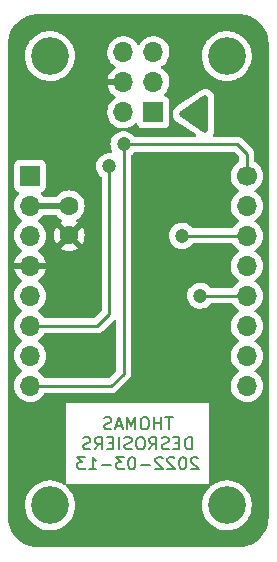
<source format=gbl>
%TF.GenerationSoftware,KiCad,Pcbnew,(6.0.0)*%
%TF.CreationDate,2022-03-14T07:52:58-04:00*%
%TF.ProjectId,JTAG_ISP-ISP,4a544147-5f49-4535-902d-4953502e6b69,v1.0.0*%
%TF.SameCoordinates,PX8924e3cPY3981160*%
%TF.FileFunction,Copper,L2,Bot*%
%TF.FilePolarity,Positive*%
%FSLAX46Y46*%
G04 Gerber Fmt 4.6, Leading zero omitted, Abs format (unit mm)*
G04 Created by KiCad (PCBNEW (6.0.0)) date 2022-03-14 07:52:58*
%MOMM*%
%LPD*%
G01*
G04 APERTURE LIST*
%ADD10C,0.150000*%
%TA.AperFunction,NonConductor*%
%ADD11C,0.150000*%
%TD*%
%TA.AperFunction,EtchedComponent*%
%ADD12C,0.508000*%
%TD*%
%TA.AperFunction,ComponentPad*%
%ADD13C,3.200001*%
%TD*%
%TA.AperFunction,ComponentPad*%
%ADD14R,1.700000X1.700000*%
%TD*%
%TA.AperFunction,ComponentPad*%
%ADD15O,1.700000X1.700000*%
%TD*%
%TA.AperFunction,ComponentPad*%
%ADD16C,1.600000*%
%TD*%
%TA.AperFunction,ComponentPad*%
%ADD17C,1.700000*%
%TD*%
%TA.AperFunction,ViaPad*%
%ADD18C,1.200000*%
%TD*%
%TA.AperFunction,Conductor*%
%ADD19C,0.508000*%
%TD*%
%TA.AperFunction,Conductor*%
%ADD20C,0.250000*%
%TD*%
G04 APERTURE END LIST*
D10*
D11*
X15450000Y-35634500D02*
X14850000Y-35634500D01*
X15150000Y-36684500D02*
X15150000Y-35634500D01*
X14500000Y-36684500D02*
X14500000Y-35634500D01*
X14500000Y-36134500D02*
X13900000Y-36134500D01*
X13900000Y-36684500D02*
X13900000Y-35634500D01*
X13200000Y-35634500D02*
X13000000Y-35634500D01*
X12900000Y-35684500D01*
X12800000Y-35784500D01*
X12750000Y-35984500D01*
X12750000Y-36334500D01*
X12800000Y-36534500D01*
X12900000Y-36634500D01*
X13000000Y-36684500D01*
X13200000Y-36684500D01*
X13300000Y-36634500D01*
X13400000Y-36534500D01*
X13450000Y-36334500D01*
X13450000Y-35984500D01*
X13400000Y-35784500D01*
X13300000Y-35684500D01*
X13200000Y-35634500D01*
X12300000Y-36684500D02*
X12300000Y-35634500D01*
X11950000Y-36384500D01*
X11600000Y-35634500D01*
X11600000Y-36684500D01*
X11150000Y-36384500D02*
X10650000Y-36384500D01*
X11250000Y-36684500D02*
X10900000Y-35634500D01*
X10550000Y-36684500D01*
X10250000Y-36634500D02*
X10100000Y-36684500D01*
X9850000Y-36684500D01*
X9750000Y-36634500D01*
X9700000Y-36584500D01*
X9650000Y-36484500D01*
X9650000Y-36384500D01*
X9700000Y-36284500D01*
X9750000Y-36234500D01*
X9850000Y-36184500D01*
X10050000Y-36134500D01*
X10150000Y-36084500D01*
X10200000Y-36034500D01*
X10250000Y-35934500D01*
X10250000Y-35834500D01*
X10200000Y-35734500D01*
X10150000Y-35684500D01*
X10050000Y-35634500D01*
X9800000Y-35634500D01*
X9650000Y-35684500D01*
X17075000Y-38375000D02*
X17075000Y-37325000D01*
X16825000Y-37325000D01*
X16675000Y-37375000D01*
X16575000Y-37475000D01*
X16525000Y-37575000D01*
X16475000Y-37775000D01*
X16475000Y-37925000D01*
X16525000Y-38125000D01*
X16575000Y-38225000D01*
X16675000Y-38325000D01*
X16825000Y-38375000D01*
X17075000Y-38375000D01*
X16025000Y-37825000D02*
X15675000Y-37825000D01*
X15525000Y-38375000D02*
X16025000Y-38375000D01*
X16025000Y-37325000D01*
X15525000Y-37325000D01*
X15125000Y-38325000D02*
X14975000Y-38375000D01*
X14725000Y-38375000D01*
X14625000Y-38325000D01*
X14575000Y-38275000D01*
X14525000Y-38175000D01*
X14525000Y-38075000D01*
X14575000Y-37975000D01*
X14625000Y-37925000D01*
X14725000Y-37875000D01*
X14925000Y-37825000D01*
X15025000Y-37775000D01*
X15075000Y-37725000D01*
X15125000Y-37625000D01*
X15125000Y-37525000D01*
X15075000Y-37425000D01*
X15025000Y-37375000D01*
X14925000Y-37325000D01*
X14675000Y-37325000D01*
X14525000Y-37375000D01*
X13475000Y-38375000D02*
X13825000Y-37875000D01*
X14075000Y-38375000D02*
X14075000Y-37325000D01*
X13675000Y-37325000D01*
X13575000Y-37375000D01*
X13525000Y-37425000D01*
X13475000Y-37525000D01*
X13475000Y-37675000D01*
X13525000Y-37775000D01*
X13575000Y-37825000D01*
X13675000Y-37875000D01*
X14075000Y-37875000D01*
X12825000Y-37325000D02*
X12625000Y-37325000D01*
X12525000Y-37375000D01*
X12425000Y-37475000D01*
X12375000Y-37675000D01*
X12375000Y-38025000D01*
X12425000Y-38225000D01*
X12525000Y-38325000D01*
X12625000Y-38375000D01*
X12825000Y-38375000D01*
X12925000Y-38325000D01*
X13025000Y-38225000D01*
X13075000Y-38025000D01*
X13075000Y-37675000D01*
X13025000Y-37475000D01*
X12925000Y-37375000D01*
X12825000Y-37325000D01*
X11975000Y-38325000D02*
X11825000Y-38375000D01*
X11575000Y-38375000D01*
X11475000Y-38325000D01*
X11425000Y-38275000D01*
X11375000Y-38175000D01*
X11375000Y-38075000D01*
X11425000Y-37975000D01*
X11475000Y-37925000D01*
X11575000Y-37875000D01*
X11775000Y-37825000D01*
X11875000Y-37775000D01*
X11925000Y-37725000D01*
X11975000Y-37625000D01*
X11975000Y-37525000D01*
X11925000Y-37425000D01*
X11875000Y-37375000D01*
X11775000Y-37325000D01*
X11525000Y-37325000D01*
X11375000Y-37375000D01*
X10925000Y-38375000D02*
X10925000Y-37325000D01*
X10425000Y-37825000D02*
X10075000Y-37825000D01*
X9925000Y-38375000D02*
X10425000Y-38375000D01*
X10425000Y-37325000D01*
X9925000Y-37325000D01*
X8875000Y-38375000D02*
X9225000Y-37875000D01*
X9475000Y-38375000D02*
X9475000Y-37325000D01*
X9075000Y-37325000D01*
X8975000Y-37375000D01*
X8925000Y-37425000D01*
X8875000Y-37525000D01*
X8875000Y-37675000D01*
X8925000Y-37775000D01*
X8975000Y-37825000D01*
X9075000Y-37875000D01*
X9475000Y-37875000D01*
X8475000Y-38325000D02*
X8325000Y-38375000D01*
X8075000Y-38375000D01*
X7975000Y-38325000D01*
X7925000Y-38275000D01*
X7875000Y-38175000D01*
X7875000Y-38075000D01*
X7925000Y-37975000D01*
X7975000Y-37925000D01*
X8075000Y-37875000D01*
X8275000Y-37825000D01*
X8375000Y-37775000D01*
X8425000Y-37725000D01*
X8475000Y-37625000D01*
X8475000Y-37525000D01*
X8425000Y-37425000D01*
X8375000Y-37375000D01*
X8275000Y-37325000D01*
X8025000Y-37325000D01*
X7875000Y-37375000D01*
X17600000Y-39115500D02*
X17550000Y-39065500D01*
X17450000Y-39015500D01*
X17200000Y-39015500D01*
X17100000Y-39065500D01*
X17050000Y-39115500D01*
X17000000Y-39215500D01*
X17000000Y-39315500D01*
X17050000Y-39465500D01*
X17650000Y-40065500D01*
X17000000Y-40065500D01*
X16350000Y-39015500D02*
X16250000Y-39015500D01*
X16150000Y-39065500D01*
X16100000Y-39115500D01*
X16050000Y-39215500D01*
X16000000Y-39415500D01*
X16000000Y-39665500D01*
X16050000Y-39865500D01*
X16100000Y-39965500D01*
X16150000Y-40015500D01*
X16250000Y-40065500D01*
X16350000Y-40065500D01*
X16450000Y-40015500D01*
X16500000Y-39965500D01*
X16550000Y-39865500D01*
X16600000Y-39665500D01*
X16600000Y-39415500D01*
X16550000Y-39215500D01*
X16500000Y-39115500D01*
X16450000Y-39065500D01*
X16350000Y-39015500D01*
X15600000Y-39115500D02*
X15550000Y-39065500D01*
X15450000Y-39015500D01*
X15200000Y-39015500D01*
X15100000Y-39065500D01*
X15050000Y-39115500D01*
X15000000Y-39215500D01*
X15000000Y-39315500D01*
X15050000Y-39465500D01*
X15650000Y-40065500D01*
X15000000Y-40065500D01*
X14600000Y-39115500D02*
X14550000Y-39065500D01*
X14450000Y-39015500D01*
X14200000Y-39015500D01*
X14100000Y-39065500D01*
X14050000Y-39115500D01*
X14000000Y-39215500D01*
X14000000Y-39315500D01*
X14050000Y-39465500D01*
X14650000Y-40065500D01*
X14000000Y-40065500D01*
X13550000Y-39665500D02*
X12750000Y-39665500D01*
X12050000Y-39015500D02*
X11950000Y-39015500D01*
X11850000Y-39065500D01*
X11800000Y-39115500D01*
X11750000Y-39215500D01*
X11700000Y-39415500D01*
X11700000Y-39665500D01*
X11750000Y-39865500D01*
X11800000Y-39965500D01*
X11850000Y-40015500D01*
X11950000Y-40065500D01*
X12050000Y-40065500D01*
X12150000Y-40015500D01*
X12200000Y-39965500D01*
X12250000Y-39865500D01*
X12300000Y-39665500D01*
X12300000Y-39415500D01*
X12250000Y-39215500D01*
X12200000Y-39115500D01*
X12150000Y-39065500D01*
X12050000Y-39015500D01*
X11350000Y-39015500D02*
X10700000Y-39015500D01*
X11050000Y-39415500D01*
X10900000Y-39415500D01*
X10800000Y-39465500D01*
X10750000Y-39515500D01*
X10700000Y-39615500D01*
X10700000Y-39865500D01*
X10750000Y-39965500D01*
X10800000Y-40015500D01*
X10900000Y-40065500D01*
X11200000Y-40065500D01*
X11300000Y-40015500D01*
X11350000Y-39965500D01*
X10250000Y-39665500D02*
X9450000Y-39665500D01*
X8400000Y-40065500D02*
X9000000Y-40065500D01*
X8700000Y-40065500D02*
X8700000Y-39015500D01*
X8800000Y-39165500D01*
X8900000Y-39265500D01*
X9000000Y-39315500D01*
X8050000Y-39015500D02*
X7400000Y-39015500D01*
X7750000Y-39415500D01*
X7600000Y-39415500D01*
X7500000Y-39465500D01*
X7450000Y-39515500D01*
X7400000Y-39615500D01*
X7400000Y-39865500D01*
X7450000Y-39965500D01*
X7500000Y-40015500D01*
X7600000Y-40065500D01*
X7900000Y-40065500D01*
X8000000Y-40015500D01*
X8050000Y-39965500D01*
D12*
%TO.C,REF\u002A\u002A*%
X18075003Y-10702999D02*
X17475003Y-9352999D01*
X17975003Y-10877999D02*
X17975003Y-9027999D01*
X18075003Y-9002999D02*
X16725003Y-9952999D01*
X18225001Y-11328004D02*
X18225001Y-8627994D01*
X17975003Y-10852999D02*
X16725003Y-9952999D01*
X18175003Y-10502999D02*
X16925003Y-9602999D01*
X18075003Y-10702999D02*
X16825003Y-9802999D01*
X16225005Y-9978004D02*
X18225001Y-8627994D01*
X18225001Y-11328004D02*
X16224996Y-9978004D01*
%TD*%
D13*
%TO.P,REF\u002A\u002A,*%
%TO.N,*%
X20043978Y-43102428D03*
%TD*%
D14*
%TO.P,J2,1,Pin_1*%
%TO.N,unconnected-(J2-Pad1)*%
X3373983Y-15208199D03*
D15*
%TO.P,J2,2,Pin_2*%
%TO.N,+5V*%
X3373983Y-17748199D03*
%TO.P,J2,3,Pin_3*%
%TO.N,unconnected-(J2-Pad3)*%
X3373983Y-20288199D03*
%TO.P,J2,4,Pin_4*%
%TO.N,GND*%
X3373983Y-22828199D03*
%TO.P,J2,5,Pin_5*%
%TO.N,unconnected-(J2-Pad5)*%
X3373983Y-25368199D03*
%TO.P,J2,6,Pin_6*%
%TO.N,MISO*%
X3373983Y-27908199D03*
%TO.P,J2,7,Pin_7*%
%TO.N,unconnected-(J2-Pad7)*%
X3373983Y-30448199D03*
%TO.P,J2,8,Pin_8*%
%TO.N,SCLK*%
X3373983Y-32988199D03*
%TD*%
D16*
%TO.P,C1,1*%
%TO.N,+5V*%
X6693988Y-17752432D03*
%TO.P,C1,2*%
%TO.N,GND*%
X6693988Y-20252432D03*
%TD*%
D13*
%TO.P,REF\u002A\u002A,*%
%TO.N,*%
X20043978Y-5066005D03*
%TD*%
%TO.P,REF\u002A\u002A,*%
%TO.N,*%
X5065979Y-43102428D03*
%TD*%
D17*
%TO.P,J3,1,Pin_1*%
%TO.N,SCLK*%
X21735999Y-15208199D03*
D15*
%TO.P,J3,2,Pin_2*%
%TO.N,unconnected-(J3-Pad2)*%
X21735999Y-17748199D03*
%TO.P,J3,3,Pin_3*%
%TO.N,RESET*%
X21735999Y-20288199D03*
%TO.P,J3,4,Pin_4*%
%TO.N,unconnected-(J3-Pad4)*%
X21735999Y-22828199D03*
%TO.P,J3,5,Pin_5*%
%TO.N,MOSI*%
X21735999Y-25368199D03*
%TO.P,J3,6,Pin_6*%
%TO.N,unconnected-(J3-Pad6)*%
X21735999Y-27908199D03*
%TO.P,J3,7,Pin_7*%
%TO.N,unconnected-(J3-Pad7)*%
X21735999Y-30448199D03*
%TO.P,J3,8,Pin_8*%
%TO.N,unconnected-(J3-Pad8)*%
X21735999Y-32988199D03*
%TD*%
D13*
%TO.P,REF\u002A\u002A,*%
%TO.N,*%
X5065979Y-5066005D03*
%TD*%
D14*
%TO.P,J1,1,Pin_1*%
%TO.N,MISO*%
X13824991Y-9824999D03*
D15*
%TO.P,J1,2,Pin_2*%
%TO.N,SCLK*%
X11284991Y-9824999D03*
%TO.P,J1,3,Pin_3*%
%TO.N,RESET*%
X13824991Y-7284999D03*
%TO.P,J1,4,Pin_4*%
%TO.N,GND*%
X11284991Y-7284999D03*
%TO.P,J1,5,Pin_5*%
%TO.N,MOSI*%
X13824991Y-4744999D03*
%TO.P,J1,6,Pin_6*%
%TO.N,+5V*%
X11284991Y-4744999D03*
%TD*%
D18*
%TO.N,GND*%
X7843988Y-30352432D03*
%TO.N,MISO*%
X10093988Y-14402432D03*
%TO.N,SCLK*%
X11300000Y-12550000D03*
%TO.N,RESET*%
X16243988Y-20302432D03*
%TO.N,MOSI*%
X17793988Y-25352432D03*
%TD*%
D19*
%TO.N,+5V*%
X3373983Y-17748199D02*
X6689755Y-17748199D01*
D20*
%TO.N,MISO*%
X9088221Y-27908199D02*
X10093988Y-26902432D01*
X10093988Y-26902432D02*
X10093988Y-14402432D01*
X3373983Y-27908199D02*
X9088221Y-27908199D01*
%TO.N,SCLK*%
X21735999Y-13344443D02*
X21735999Y-15208199D01*
X3373983Y-32988199D02*
X10258221Y-32988199D01*
X11300000Y-12550000D02*
X20941556Y-12550000D01*
X10258221Y-32988199D02*
X11300000Y-31946420D01*
X20941556Y-12550000D02*
X21735999Y-13344443D01*
X11300000Y-31946420D02*
X11300000Y-12550000D01*
%TO.N,RESET*%
X16258221Y-20288199D02*
X21735999Y-20288199D01*
X16243988Y-20302432D02*
X16258221Y-20288199D01*
%TO.N,MOSI*%
X17793988Y-25352432D02*
X17809755Y-25368199D01*
X17809755Y-25368199D02*
X21735999Y-25368199D01*
%TD*%
%TA.AperFunction,Conductor*%
%TO.N,GND*%
G36*
X21064045Y-1527412D02*
G01*
X21078846Y-1529717D01*
X21078849Y-1529717D01*
X21087718Y-1531098D01*
X21104887Y-1528853D01*
X21128827Y-1528020D01*
X21386758Y-1543622D01*
X21401862Y-1545456D01*
X21472636Y-1558426D01*
X21682867Y-1596952D01*
X21697629Y-1600590D01*
X21970396Y-1685587D01*
X21984615Y-1690981D01*
X22245128Y-1808228D01*
X22258597Y-1815297D01*
X22503083Y-1963094D01*
X22515605Y-1971737D01*
X22740495Y-2147928D01*
X22751883Y-2158018D01*
X22953882Y-2360017D01*
X22963972Y-2371405D01*
X23140163Y-2596295D01*
X23148806Y-2608817D01*
X23296603Y-2853303D01*
X23303672Y-2866772D01*
X23420918Y-3127282D01*
X23426313Y-3141504D01*
X23502485Y-3385947D01*
X23511309Y-3414265D01*
X23514948Y-3429033D01*
X23532605Y-3525383D01*
X23566444Y-3710038D01*
X23568278Y-3725142D01*
X23583443Y-3975841D01*
X23582186Y-4002551D01*
X23582183Y-4002771D01*
X23580802Y-4011642D01*
X23581966Y-4020544D01*
X23581966Y-4020547D01*
X23584924Y-4043163D01*
X23585988Y-4059501D01*
X23585988Y-44103104D01*
X23584488Y-44122488D01*
X23580802Y-44146162D01*
X23582442Y-44158702D01*
X23583047Y-44163329D01*
X23583880Y-44187271D01*
X23568278Y-44445202D01*
X23566444Y-44460306D01*
X23514950Y-44741305D01*
X23511310Y-44756073D01*
X23445656Y-44966766D01*
X23426314Y-45028836D01*
X23420919Y-45043059D01*
X23344454Y-45212959D01*
X23303674Y-45303568D01*
X23296603Y-45317041D01*
X23148806Y-45561527D01*
X23140163Y-45574049D01*
X22963972Y-45798939D01*
X22953882Y-45810327D01*
X22751883Y-46012326D01*
X22740495Y-46022416D01*
X22515605Y-46198607D01*
X22503083Y-46207250D01*
X22258597Y-46355047D01*
X22245128Y-46362116D01*
X21984618Y-46479362D01*
X21970396Y-46484757D01*
X21697629Y-46569754D01*
X21682867Y-46573392D01*
X21472636Y-46611918D01*
X21401862Y-46624888D01*
X21386758Y-46626722D01*
X21136059Y-46641887D01*
X21109349Y-46640630D01*
X21109129Y-46640627D01*
X21100258Y-46639246D01*
X21091356Y-46640410D01*
X21091353Y-46640410D01*
X21068737Y-46643368D01*
X21052399Y-46644432D01*
X4065318Y-46644432D01*
X4045933Y-46642932D01*
X4031132Y-46640627D01*
X4031129Y-46640627D01*
X4022260Y-46639246D01*
X4005091Y-46641491D01*
X3981151Y-46642324D01*
X3723220Y-46626722D01*
X3708116Y-46624888D01*
X3637342Y-46611918D01*
X3427111Y-46573392D01*
X3412349Y-46569754D01*
X3139582Y-46484757D01*
X3125360Y-46479362D01*
X2864850Y-46362116D01*
X2851381Y-46355047D01*
X2606895Y-46207250D01*
X2594373Y-46198607D01*
X2369483Y-46022416D01*
X2358095Y-46012326D01*
X2156096Y-45810327D01*
X2146006Y-45798939D01*
X1969815Y-45574049D01*
X1961172Y-45561527D01*
X1813375Y-45317041D01*
X1806304Y-45303568D01*
X1765525Y-45212959D01*
X1689059Y-45043059D01*
X1683664Y-45028836D01*
X1664322Y-44966766D01*
X1598668Y-44756073D01*
X1595028Y-44741305D01*
X1543534Y-44460306D01*
X1541700Y-44445202D01*
X1526535Y-44194503D01*
X1527792Y-44167793D01*
X1527795Y-44167573D01*
X1529176Y-44158702D01*
X1527537Y-44146162D01*
X1525054Y-44127181D01*
X1523990Y-44110843D01*
X1523990Y-43080297D01*
X2952668Y-43080297D01*
X2969217Y-43367311D01*
X2970042Y-43371516D01*
X2970043Y-43371524D01*
X3001989Y-43534349D01*
X3024565Y-43649423D01*
X3025952Y-43653473D01*
X3025953Y-43653478D01*
X3116300Y-43917358D01*
X3117689Y-43921414D01*
X3119616Y-43925245D01*
X3241605Y-44167793D01*
X3246864Y-44178250D01*
X3409700Y-44415178D01*
X3603185Y-44627816D01*
X3606480Y-44630571D01*
X3606481Y-44630572D01*
X3756587Y-44756079D01*
X3823738Y-44812226D01*
X4067277Y-44964999D01*
X4329297Y-45083305D01*
X4333416Y-45084525D01*
X4600836Y-45163739D01*
X4600841Y-45163740D01*
X4604949Y-45164957D01*
X4609183Y-45165605D01*
X4609188Y-45165606D01*
X4857790Y-45203647D01*
X4889132Y-45208443D01*
X5035464Y-45210742D01*
X5172296Y-45212892D01*
X5172302Y-45212892D01*
X5176587Y-45212959D01*
X5180839Y-45212444D01*
X5180847Y-45212444D01*
X5457735Y-45178936D01*
X5457740Y-45178935D01*
X5461996Y-45178420D01*
X5740076Y-45105467D01*
X6005683Y-44995449D01*
X6253901Y-44850402D01*
X6480138Y-44673010D01*
X6521264Y-44630572D01*
X6677223Y-44469634D01*
X6680206Y-44466556D01*
X6682739Y-44463108D01*
X6682743Y-44463103D01*
X6847866Y-44238314D01*
X6850404Y-44234859D01*
X6898563Y-44146162D01*
X6985533Y-43985983D01*
X6985534Y-43985981D01*
X6987583Y-43982207D01*
X7089204Y-43713276D01*
X7153386Y-43433041D01*
X7178942Y-43146688D01*
X7179406Y-43102428D01*
X7177897Y-43080297D01*
X17930667Y-43080297D01*
X17947216Y-43367311D01*
X17948041Y-43371516D01*
X17948042Y-43371524D01*
X17979988Y-43534349D01*
X18002564Y-43649423D01*
X18003951Y-43653473D01*
X18003952Y-43653478D01*
X18094299Y-43917358D01*
X18095688Y-43921414D01*
X18097615Y-43925245D01*
X18219604Y-44167793D01*
X18224863Y-44178250D01*
X18387699Y-44415178D01*
X18581184Y-44627816D01*
X18584479Y-44630571D01*
X18584480Y-44630572D01*
X18734586Y-44756079D01*
X18801737Y-44812226D01*
X19045276Y-44964999D01*
X19307296Y-45083305D01*
X19311415Y-45084525D01*
X19578835Y-45163739D01*
X19578840Y-45163740D01*
X19582948Y-45164957D01*
X19587182Y-45165605D01*
X19587187Y-45165606D01*
X19835789Y-45203647D01*
X19867131Y-45208443D01*
X20013463Y-45210742D01*
X20150295Y-45212892D01*
X20150301Y-45212892D01*
X20154586Y-45212959D01*
X20158838Y-45212444D01*
X20158846Y-45212444D01*
X20435734Y-45178936D01*
X20435739Y-45178935D01*
X20439995Y-45178420D01*
X20718075Y-45105467D01*
X20983682Y-44995449D01*
X21231900Y-44850402D01*
X21458137Y-44673010D01*
X21499263Y-44630572D01*
X21655222Y-44469634D01*
X21658205Y-44466556D01*
X21660738Y-44463108D01*
X21660742Y-44463103D01*
X21825865Y-44238314D01*
X21828403Y-44234859D01*
X21876562Y-44146162D01*
X21963532Y-43985983D01*
X21963533Y-43985981D01*
X21965582Y-43982207D01*
X22067203Y-43713276D01*
X22131385Y-43433041D01*
X22156941Y-43146688D01*
X22157405Y-43102428D01*
X22137851Y-42815603D01*
X22133314Y-42793692D01*
X22080421Y-42538283D01*
X22079552Y-42534086D01*
X21983585Y-42263085D01*
X21851728Y-42007616D01*
X21838466Y-41988745D01*
X21688882Y-41775910D01*
X21686419Y-41772405D01*
X21490718Y-41561806D01*
X21268246Y-41379715D01*
X21023120Y-41229501D01*
X21005026Y-41221558D01*
X20763808Y-41115671D01*
X20759876Y-41113945D01*
X20733941Y-41106557D01*
X20487512Y-41036360D01*
X20487513Y-41036360D01*
X20483384Y-41035184D01*
X20270682Y-41004913D01*
X20203014Y-40995282D01*
X20203012Y-40995282D01*
X20198762Y-40994677D01*
X20194473Y-40994655D01*
X20194466Y-40994654D01*
X19915561Y-40993193D01*
X19915554Y-40993193D01*
X19911275Y-40993171D01*
X19907031Y-40993730D01*
X19907027Y-40993730D01*
X19781638Y-41010238D01*
X19626244Y-41030696D01*
X19622104Y-41031829D01*
X19622102Y-41031829D01*
X19545289Y-41052843D01*
X19348942Y-41106557D01*
X19344994Y-41108241D01*
X19088454Y-41217665D01*
X19088450Y-41217667D01*
X19084502Y-41219351D01*
X19011503Y-41263040D01*
X18841499Y-41364785D01*
X18841495Y-41364788D01*
X18837817Y-41366989D01*
X18834474Y-41369667D01*
X18834470Y-41369670D01*
X18729865Y-41453475D01*
X18664195Y-41480457D01*
X18659552Y-41479606D01*
X18657452Y-41494206D01*
X18621619Y-41540196D01*
X18616796Y-41544060D01*
X18613450Y-41546741D01*
X18415555Y-41755279D01*
X18247792Y-41988745D01*
X18113266Y-42242820D01*
X18014467Y-42512801D01*
X17953223Y-42793692D01*
X17930667Y-43080297D01*
X7177897Y-43080297D01*
X7159852Y-42815603D01*
X7155315Y-42793692D01*
X7102422Y-42538283D01*
X7101553Y-42534086D01*
X7005586Y-42263085D01*
X6873729Y-42007616D01*
X6860467Y-41988745D01*
X6710883Y-41775910D01*
X6708420Y-41772405D01*
X6512719Y-41561806D01*
X6488831Y-41542254D01*
X6448785Y-41483629D01*
X6446792Y-41412661D01*
X6483483Y-41351880D01*
X6547210Y-41320585D01*
X6568637Y-41318750D01*
X18533000Y-41318750D01*
X18533000Y-34481250D01*
X6467000Y-34481250D01*
X6467000Y-41263040D01*
X6446998Y-41331161D01*
X6393342Y-41377654D01*
X6323068Y-41387758D01*
X6275165Y-41370472D01*
X6048789Y-41231748D01*
X6048778Y-41231742D01*
X6045121Y-41229501D01*
X6027027Y-41221558D01*
X5785809Y-41115671D01*
X5781877Y-41113945D01*
X5755942Y-41106557D01*
X5509513Y-41036360D01*
X5509514Y-41036360D01*
X5505385Y-41035184D01*
X5292683Y-41004913D01*
X5225015Y-40995282D01*
X5225013Y-40995282D01*
X5220763Y-40994677D01*
X5216474Y-40994655D01*
X5216467Y-40994654D01*
X4937562Y-40993193D01*
X4937555Y-40993193D01*
X4933276Y-40993171D01*
X4929032Y-40993730D01*
X4929028Y-40993730D01*
X4803639Y-41010238D01*
X4648245Y-41030696D01*
X4644105Y-41031829D01*
X4644103Y-41031829D01*
X4567290Y-41052843D01*
X4370943Y-41106557D01*
X4366995Y-41108241D01*
X4110455Y-41217665D01*
X4110451Y-41217667D01*
X4106503Y-41219351D01*
X4033504Y-41263040D01*
X3863500Y-41364785D01*
X3863496Y-41364788D01*
X3859818Y-41366989D01*
X3635451Y-41546741D01*
X3437556Y-41755279D01*
X3269793Y-41988745D01*
X3135267Y-42242820D01*
X3036468Y-42512801D01*
X2975224Y-42793692D01*
X2952668Y-43080297D01*
X1523990Y-43080297D01*
X1523990Y-32954894D01*
X2011234Y-32954894D01*
X2011531Y-32960047D01*
X2011531Y-32960050D01*
X2016994Y-33054789D01*
X2024093Y-33177914D01*
X2025230Y-33182960D01*
X2025231Y-33182966D01*
X2045102Y-33271138D01*
X2073205Y-33395838D01*
X2132997Y-33543089D01*
X2150645Y-33586550D01*
X2157249Y-33602815D01*
X2273970Y-33793287D01*
X2420233Y-33962137D01*
X2592109Y-34104831D01*
X2784983Y-34217537D01*
X2993675Y-34297229D01*
X2998743Y-34298260D01*
X2998746Y-34298261D01*
X3106000Y-34320082D01*
X3212580Y-34341766D01*
X3217755Y-34341956D01*
X3217757Y-34341956D01*
X3430656Y-34349763D01*
X3430660Y-34349763D01*
X3435820Y-34349952D01*
X3440940Y-34349296D01*
X3440942Y-34349296D01*
X3652271Y-34322224D01*
X3652272Y-34322224D01*
X3657399Y-34321567D01*
X3662349Y-34320082D01*
X3866412Y-34258860D01*
X3866417Y-34258858D01*
X3871367Y-34257373D01*
X4071977Y-34159095D01*
X4253843Y-34029372D01*
X4412079Y-33871688D01*
X4471577Y-33788888D01*
X4539418Y-33694476D01*
X4542436Y-33690276D01*
X4544729Y-33685636D01*
X4546429Y-33682807D01*
X4598657Y-33634717D01*
X4654434Y-33621699D01*
X10179454Y-33621699D01*
X10190637Y-33622226D01*
X10198130Y-33623901D01*
X10206056Y-33623652D01*
X10206057Y-33623652D01*
X10266207Y-33621761D01*
X10270166Y-33621699D01*
X10298077Y-33621699D01*
X10302012Y-33621202D01*
X10302077Y-33621194D01*
X10313914Y-33620261D01*
X10346172Y-33619247D01*
X10350191Y-33619121D01*
X10358110Y-33618872D01*
X10377564Y-33613220D01*
X10396921Y-33609212D01*
X10409151Y-33607667D01*
X10409152Y-33607667D01*
X10417018Y-33606673D01*
X10424389Y-33603754D01*
X10424391Y-33603754D01*
X10458133Y-33590395D01*
X10469363Y-33586550D01*
X10504204Y-33576428D01*
X10504205Y-33576428D01*
X10511814Y-33574217D01*
X10518633Y-33570184D01*
X10518638Y-33570182D01*
X10529249Y-33563906D01*
X10546997Y-33555211D01*
X10565838Y-33547751D01*
X10601608Y-33521763D01*
X10611528Y-33515247D01*
X10642756Y-33496779D01*
X10642759Y-33496777D01*
X10649583Y-33492741D01*
X10663904Y-33478420D01*
X10678938Y-33465579D01*
X10688915Y-33458330D01*
X10695328Y-33453671D01*
X10700378Y-33447567D01*
X10700383Y-33447562D01*
X10723514Y-33419601D01*
X10731504Y-33410820D01*
X11692258Y-32450067D01*
X11700537Y-32442533D01*
X11707018Y-32438420D01*
X11753644Y-32388768D01*
X11756398Y-32385927D01*
X11776135Y-32366190D01*
X11778615Y-32362993D01*
X11786320Y-32353971D01*
X11799730Y-32339691D01*
X11816586Y-32321741D01*
X11820405Y-32314795D01*
X11820407Y-32314792D01*
X11826348Y-32303986D01*
X11837199Y-32287467D01*
X11844758Y-32277721D01*
X11849614Y-32271461D01*
X11852759Y-32264192D01*
X11852762Y-32264188D01*
X11867174Y-32230883D01*
X11872391Y-32220233D01*
X11893695Y-32181480D01*
X11898733Y-32161857D01*
X11905137Y-32143154D01*
X11910033Y-32131840D01*
X11910033Y-32131839D01*
X11913181Y-32124565D01*
X11914420Y-32116742D01*
X11914423Y-32116732D01*
X11920099Y-32080896D01*
X11922505Y-32069276D01*
X11931528Y-32034131D01*
X11931528Y-32034130D01*
X11933500Y-32026450D01*
X11933500Y-32006196D01*
X11935051Y-31986485D01*
X11936980Y-31974306D01*
X11938220Y-31966477D01*
X11934059Y-31922458D01*
X11933500Y-31910601D01*
X11933500Y-13524095D01*
X11953502Y-13455974D01*
X11978931Y-13427221D01*
X12082748Y-13340877D01*
X12087186Y-13337186D01*
X12097113Y-13325249D01*
X12177221Y-13228931D01*
X12236159Y-13189347D01*
X12274095Y-13183500D01*
X20626961Y-13183500D01*
X20695082Y-13203502D01*
X20716057Y-13220405D01*
X21065595Y-13569944D01*
X21099620Y-13632256D01*
X21102499Y-13659039D01*
X21102499Y-13929891D01*
X21082497Y-13998012D01*
X21034682Y-14041652D01*
X21009606Y-14054706D01*
X21005473Y-14057809D01*
X21005470Y-14057811D01*
X20854750Y-14170975D01*
X20830964Y-14188834D01*
X20676628Y-14350337D01*
X20673714Y-14354609D01*
X20673713Y-14354610D01*
X20655837Y-14380816D01*
X20550742Y-14534879D01*
X20456687Y-14737504D01*
X20396988Y-14952769D01*
X20373250Y-15174894D01*
X20373547Y-15180047D01*
X20373547Y-15180050D01*
X20379010Y-15274789D01*
X20386109Y-15397914D01*
X20387246Y-15402960D01*
X20387247Y-15402966D01*
X20407118Y-15491138D01*
X20435221Y-15615838D01*
X20519265Y-15822815D01*
X20635986Y-16013287D01*
X20782249Y-16182137D01*
X20954125Y-16324831D01*
X21024594Y-16366010D01*
X21027444Y-16367675D01*
X21076168Y-16419313D01*
X21089239Y-16489096D01*
X21062508Y-16554868D01*
X21022054Y-16588226D01*
X21009606Y-16594706D01*
X21005473Y-16597809D01*
X21005470Y-16597811D01*
X20881566Y-16690841D01*
X20830964Y-16728834D01*
X20676628Y-16890337D01*
X20550742Y-17074879D01*
X20456687Y-17277504D01*
X20396988Y-17492769D01*
X20373250Y-17714894D01*
X20373547Y-17720047D01*
X20373547Y-17720050D01*
X20379010Y-17814789D01*
X20386109Y-17937914D01*
X20387246Y-17942960D01*
X20387247Y-17942966D01*
X20396908Y-17985834D01*
X20435221Y-18155838D01*
X20519265Y-18362815D01*
X20521964Y-18367219D01*
X20615297Y-18519525D01*
X20635986Y-18553287D01*
X20782249Y-18722137D01*
X20954125Y-18864831D01*
X20997120Y-18889955D01*
X21027444Y-18907675D01*
X21076168Y-18959313D01*
X21089239Y-19029096D01*
X21062508Y-19094868D01*
X21022054Y-19128226D01*
X21009606Y-19134706D01*
X21005473Y-19137809D01*
X21005470Y-19137811D01*
X20835099Y-19265729D01*
X20830964Y-19268834D01*
X20676628Y-19430337D01*
X20673714Y-19434609D01*
X20673713Y-19434610D01*
X20561094Y-19599703D01*
X20506183Y-19644706D01*
X20457006Y-19654699D01*
X17207023Y-19654699D01*
X17138902Y-19634697D01*
X17106065Y-19604088D01*
X17074746Y-19562147D01*
X17074746Y-19562146D01*
X17071293Y-19557523D01*
X16938327Y-19434610D01*
X16925931Y-19423151D01*
X16925928Y-19423149D01*
X16921691Y-19419232D01*
X16875663Y-19390191D01*
X16754276Y-19313601D01*
X16754271Y-19313599D01*
X16749392Y-19310520D01*
X16560168Y-19235027D01*
X16360354Y-19195281D01*
X16354580Y-19195205D01*
X16354576Y-19195205D01*
X16251440Y-19193856D01*
X16156643Y-19192615D01*
X16150946Y-19193594D01*
X16150945Y-19193594D01*
X15961555Y-19226137D01*
X15955858Y-19227116D01*
X15764722Y-19297630D01*
X15589637Y-19401795D01*
X15436466Y-19536122D01*
X15432899Y-19540647D01*
X15432894Y-19540652D01*
X15354819Y-19639691D01*
X15310339Y-19696113D01*
X15215480Y-19876410D01*
X15155066Y-20070975D01*
X15131120Y-20273291D01*
X15144445Y-20476583D01*
X15194593Y-20674042D01*
X15279886Y-20859056D01*
X15397467Y-21025429D01*
X15543398Y-21167589D01*
X15548194Y-21170794D01*
X15548197Y-21170796D01*
X15554992Y-21175336D01*
X15712791Y-21280774D01*
X15718094Y-21283052D01*
X15718097Y-21283054D01*
X15818052Y-21325998D01*
X15899975Y-21361195D01*
X15972805Y-21377675D01*
X16093043Y-21404882D01*
X16093048Y-21404883D01*
X16098680Y-21406157D01*
X16104451Y-21406384D01*
X16104453Y-21406384D01*
X16167458Y-21408859D01*
X16302251Y-21414155D01*
X16503871Y-21384922D01*
X16509335Y-21383067D01*
X16509340Y-21383066D01*
X16691315Y-21321294D01*
X16691320Y-21321292D01*
X16696787Y-21319436D01*
X16874539Y-21219890D01*
X17031174Y-21089618D01*
X17133047Y-20967130D01*
X17191983Y-20927546D01*
X17229920Y-20921699D01*
X20460273Y-20921699D01*
X20528394Y-20941701D01*
X20567706Y-20981864D01*
X20635986Y-21093287D01*
X20782249Y-21262137D01*
X20954125Y-21404831D01*
X21024594Y-21446010D01*
X21027444Y-21447675D01*
X21076168Y-21499313D01*
X21089239Y-21569096D01*
X21062508Y-21634868D01*
X21022054Y-21668226D01*
X21009606Y-21674706D01*
X21005473Y-21677809D01*
X21005470Y-21677811D01*
X20981246Y-21695999D01*
X20830964Y-21808834D01*
X20676628Y-21970337D01*
X20673714Y-21974609D01*
X20673713Y-21974610D01*
X20661403Y-21992656D01*
X20550742Y-22154879D01*
X20456687Y-22357504D01*
X20396988Y-22572769D01*
X20373250Y-22794894D01*
X20373547Y-22800047D01*
X20373547Y-22800050D01*
X20379010Y-22894789D01*
X20386109Y-23017914D01*
X20387246Y-23022960D01*
X20387247Y-23022966D01*
X20400596Y-23082199D01*
X20435221Y-23235838D01*
X20519265Y-23442815D01*
X20635986Y-23633287D01*
X20782249Y-23802137D01*
X20954125Y-23944831D01*
X21024594Y-23986010D01*
X21027444Y-23987675D01*
X21076168Y-24039313D01*
X21089239Y-24109096D01*
X21062508Y-24174868D01*
X21022054Y-24208226D01*
X21009606Y-24214706D01*
X21005473Y-24217809D01*
X21005470Y-24217811D01*
X20835099Y-24345729D01*
X20830964Y-24348834D01*
X20676628Y-24510337D01*
X20673714Y-24514609D01*
X20673713Y-24514610D01*
X20561094Y-24679703D01*
X20506183Y-24724706D01*
X20457006Y-24734699D01*
X18779425Y-24734699D01*
X18711304Y-24714697D01*
X18678467Y-24684088D01*
X18624746Y-24612147D01*
X18624745Y-24612146D01*
X18621293Y-24607523D01*
X18516158Y-24510337D01*
X18475931Y-24473151D01*
X18475928Y-24473149D01*
X18471691Y-24469232D01*
X18425663Y-24440191D01*
X18304276Y-24363601D01*
X18304271Y-24363599D01*
X18299392Y-24360520D01*
X18110168Y-24285027D01*
X17910354Y-24245281D01*
X17904580Y-24245205D01*
X17904576Y-24245205D01*
X17801440Y-24243856D01*
X17706643Y-24242615D01*
X17700946Y-24243594D01*
X17700945Y-24243594D01*
X17511555Y-24276137D01*
X17505858Y-24277116D01*
X17314722Y-24347630D01*
X17139637Y-24451795D01*
X16986466Y-24586122D01*
X16982899Y-24590647D01*
X16982894Y-24590652D01*
X16909236Y-24684088D01*
X16860339Y-24746113D01*
X16765480Y-24926410D01*
X16705066Y-25120975D01*
X16681120Y-25323291D01*
X16694445Y-25526583D01*
X16744593Y-25724042D01*
X16829886Y-25909056D01*
X16947467Y-26075429D01*
X17093398Y-26217589D01*
X17098194Y-26220794D01*
X17098197Y-26220796D01*
X17149890Y-26255336D01*
X17262791Y-26330774D01*
X17268094Y-26333052D01*
X17268097Y-26333054D01*
X17357103Y-26371294D01*
X17449975Y-26411195D01*
X17522805Y-26427675D01*
X17643043Y-26454882D01*
X17643048Y-26454883D01*
X17648680Y-26456157D01*
X17654451Y-26456384D01*
X17654453Y-26456384D01*
X17717458Y-26458859D01*
X17852251Y-26464155D01*
X18053871Y-26434922D01*
X18059335Y-26433067D01*
X18059340Y-26433066D01*
X18241315Y-26371294D01*
X18241320Y-26371292D01*
X18246787Y-26369436D01*
X18424539Y-26269890D01*
X18581174Y-26139618D01*
X18658096Y-26047129D01*
X18717032Y-26007546D01*
X18754969Y-26001699D01*
X20460273Y-26001699D01*
X20528394Y-26021701D01*
X20567706Y-26061864D01*
X20635986Y-26173287D01*
X20782249Y-26342137D01*
X20954125Y-26484831D01*
X21024594Y-26526010D01*
X21027444Y-26527675D01*
X21076168Y-26579313D01*
X21089239Y-26649096D01*
X21062508Y-26714868D01*
X21022054Y-26748226D01*
X21009606Y-26754706D01*
X21005473Y-26757809D01*
X21005470Y-26757811D01*
X20981246Y-26775999D01*
X20830964Y-26888834D01*
X20676628Y-27050337D01*
X20550742Y-27234879D01*
X20535002Y-27268789D01*
X20474170Y-27399841D01*
X20456687Y-27437504D01*
X20396988Y-27652769D01*
X20373250Y-27874894D01*
X20373547Y-27880047D01*
X20373547Y-27880050D01*
X20379010Y-27974789D01*
X20386109Y-28097914D01*
X20387246Y-28102960D01*
X20387247Y-28102966D01*
X20407118Y-28191138D01*
X20435221Y-28315838D01*
X20495013Y-28463089D01*
X20512661Y-28506550D01*
X20519265Y-28522815D01*
X20635986Y-28713287D01*
X20782249Y-28882137D01*
X20954125Y-29024831D01*
X21024594Y-29066010D01*
X21027444Y-29067675D01*
X21076168Y-29119313D01*
X21089239Y-29189096D01*
X21062508Y-29254868D01*
X21022054Y-29288226D01*
X21009606Y-29294706D01*
X21005473Y-29297809D01*
X21005470Y-29297811D01*
X20981246Y-29315999D01*
X20830964Y-29428834D01*
X20676628Y-29590337D01*
X20550742Y-29774879D01*
X20456687Y-29977504D01*
X20396988Y-30192769D01*
X20373250Y-30414894D01*
X20373547Y-30420047D01*
X20373547Y-30420050D01*
X20379010Y-30514789D01*
X20386109Y-30637914D01*
X20387246Y-30642960D01*
X20387247Y-30642966D01*
X20407118Y-30731138D01*
X20435221Y-30855838D01*
X20519265Y-31062815D01*
X20635986Y-31253287D01*
X20782249Y-31422137D01*
X20954125Y-31564831D01*
X21024594Y-31606010D01*
X21027444Y-31607675D01*
X21076168Y-31659313D01*
X21089239Y-31729096D01*
X21062508Y-31794868D01*
X21022054Y-31828226D01*
X21009606Y-31834706D01*
X21005473Y-31837809D01*
X21005470Y-31837811D01*
X20844614Y-31958585D01*
X20830964Y-31968834D01*
X20676628Y-32130337D01*
X20550742Y-32314879D01*
X20516444Y-32388769D01*
X20490887Y-32443827D01*
X20456687Y-32517504D01*
X20396988Y-32732769D01*
X20373250Y-32954894D01*
X20373547Y-32960047D01*
X20373547Y-32960050D01*
X20379010Y-33054789D01*
X20386109Y-33177914D01*
X20387246Y-33182960D01*
X20387247Y-33182966D01*
X20407118Y-33271138D01*
X20435221Y-33395838D01*
X20495013Y-33543089D01*
X20512661Y-33586550D01*
X20519265Y-33602815D01*
X20635986Y-33793287D01*
X20782249Y-33962137D01*
X20954125Y-34104831D01*
X21146999Y-34217537D01*
X21355691Y-34297229D01*
X21360759Y-34298260D01*
X21360762Y-34298261D01*
X21468016Y-34320082D01*
X21574596Y-34341766D01*
X21579771Y-34341956D01*
X21579773Y-34341956D01*
X21792672Y-34349763D01*
X21792676Y-34349763D01*
X21797836Y-34349952D01*
X21802956Y-34349296D01*
X21802958Y-34349296D01*
X22014287Y-34322224D01*
X22014288Y-34322224D01*
X22019415Y-34321567D01*
X22024365Y-34320082D01*
X22228428Y-34258860D01*
X22228433Y-34258858D01*
X22233383Y-34257373D01*
X22433993Y-34159095D01*
X22615859Y-34029372D01*
X22774095Y-33871688D01*
X22833593Y-33788888D01*
X22901434Y-33694476D01*
X22904452Y-33690276D01*
X22908144Y-33682807D01*
X23001135Y-33494652D01*
X23001136Y-33494650D01*
X23003429Y-33490010D01*
X23068369Y-33276268D01*
X23097528Y-33054789D01*
X23099155Y-32988199D01*
X23080851Y-32765560D01*
X23026430Y-32548901D01*
X22937353Y-32344039D01*
X22816013Y-32156476D01*
X22665669Y-31991250D01*
X22661618Y-31988051D01*
X22661614Y-31988047D01*
X22494413Y-31855999D01*
X22494409Y-31855997D01*
X22490358Y-31852797D01*
X22449052Y-31829995D01*
X22399083Y-31779563D01*
X22384311Y-31710120D01*
X22409427Y-31643715D01*
X22436779Y-31617108D01*
X22480602Y-31585849D01*
X22615859Y-31489372D01*
X22774095Y-31331688D01*
X22833593Y-31248888D01*
X22901434Y-31154476D01*
X22904452Y-31150276D01*
X23003429Y-30950010D01*
X23068369Y-30736268D01*
X23097528Y-30514789D01*
X23099155Y-30448199D01*
X23080851Y-30225560D01*
X23026430Y-30008901D01*
X22937353Y-29804039D01*
X22816013Y-29616476D01*
X22665669Y-29451250D01*
X22661618Y-29448051D01*
X22661614Y-29448047D01*
X22494413Y-29315999D01*
X22494409Y-29315997D01*
X22490358Y-29312797D01*
X22449052Y-29289995D01*
X22399083Y-29239563D01*
X22384311Y-29170120D01*
X22409427Y-29103715D01*
X22436779Y-29077108D01*
X22480602Y-29045849D01*
X22615859Y-28949372D01*
X22774095Y-28791688D01*
X22833593Y-28708888D01*
X22901434Y-28614476D01*
X22904452Y-28610276D01*
X22908144Y-28602807D01*
X23001135Y-28414652D01*
X23001136Y-28414650D01*
X23003429Y-28410010D01*
X23068369Y-28196268D01*
X23097528Y-27974789D01*
X23099155Y-27908199D01*
X23080851Y-27685560D01*
X23026430Y-27468901D01*
X22937353Y-27264039D01*
X22816013Y-27076476D01*
X22665669Y-26911250D01*
X22661618Y-26908051D01*
X22661614Y-26908047D01*
X22494413Y-26775999D01*
X22494409Y-26775997D01*
X22490358Y-26772797D01*
X22449052Y-26749995D01*
X22399083Y-26699563D01*
X22384311Y-26630120D01*
X22409427Y-26563715D01*
X22436779Y-26537108D01*
X22480602Y-26505849D01*
X22615859Y-26409372D01*
X22774095Y-26251688D01*
X22798598Y-26217589D01*
X22901434Y-26074476D01*
X22904452Y-26070276D01*
X22908610Y-26061864D01*
X23001135Y-25874652D01*
X23001136Y-25874650D01*
X23003429Y-25870010D01*
X23068369Y-25656268D01*
X23097528Y-25434789D01*
X23099155Y-25368199D01*
X23080851Y-25145560D01*
X23026430Y-24928901D01*
X22937353Y-24724039D01*
X22864967Y-24612147D01*
X22818821Y-24540816D01*
X22818819Y-24540813D01*
X22816013Y-24536476D01*
X22665669Y-24371250D01*
X22661618Y-24368051D01*
X22661614Y-24368047D01*
X22494413Y-24235999D01*
X22494409Y-24235997D01*
X22490358Y-24232797D01*
X22449052Y-24209995D01*
X22399083Y-24159563D01*
X22384311Y-24090120D01*
X22409427Y-24023715D01*
X22436779Y-23997108D01*
X22480602Y-23965849D01*
X22615859Y-23869372D01*
X22774095Y-23711688D01*
X22833593Y-23628888D01*
X22901434Y-23534476D01*
X22904452Y-23530276D01*
X23003429Y-23330010D01*
X23068369Y-23116268D01*
X23097528Y-22894789D01*
X23099155Y-22828199D01*
X23080851Y-22605560D01*
X23026430Y-22388901D01*
X22937353Y-22184039D01*
X22816013Y-21996476D01*
X22665669Y-21831250D01*
X22661618Y-21828051D01*
X22661614Y-21828047D01*
X22494413Y-21695999D01*
X22494409Y-21695997D01*
X22490358Y-21692797D01*
X22449052Y-21669995D01*
X22399083Y-21619563D01*
X22384311Y-21550120D01*
X22409427Y-21483715D01*
X22436779Y-21457108D01*
X22498159Y-21413326D01*
X22615859Y-21329372D01*
X22623966Y-21321294D01*
X22770434Y-21175336D01*
X22774095Y-21171688D01*
X22833593Y-21088888D01*
X22901434Y-20994476D01*
X22904452Y-20990276D01*
X22908610Y-20981864D01*
X23001135Y-20794652D01*
X23001136Y-20794650D01*
X23003429Y-20790010D01*
X23054711Y-20621222D01*
X23066864Y-20581222D01*
X23066864Y-20581220D01*
X23068369Y-20576268D01*
X23097528Y-20354789D01*
X23099155Y-20288199D01*
X23080851Y-20065560D01*
X23026430Y-19848901D01*
X22937353Y-19644039D01*
X22869649Y-19539384D01*
X22818821Y-19460816D01*
X22818819Y-19460813D01*
X22816013Y-19456476D01*
X22665669Y-19291250D01*
X22661618Y-19288051D01*
X22661614Y-19288047D01*
X22494413Y-19155999D01*
X22494409Y-19155997D01*
X22490358Y-19152797D01*
X22449052Y-19129995D01*
X22399083Y-19079563D01*
X22384311Y-19010120D01*
X22409427Y-18943715D01*
X22436779Y-18917108D01*
X22480602Y-18885849D01*
X22615859Y-18789372D01*
X22774095Y-18631688D01*
X22833593Y-18548888D01*
X22901434Y-18454476D01*
X22904452Y-18450276D01*
X22922535Y-18413689D01*
X23001135Y-18254652D01*
X23001136Y-18254650D01*
X23003429Y-18250010D01*
X23068369Y-18036268D01*
X23097528Y-17814789D01*
X23099155Y-17748199D01*
X23080851Y-17525560D01*
X23026430Y-17308901D01*
X22937353Y-17104039D01*
X22897905Y-17043061D01*
X22818821Y-16920816D01*
X22818819Y-16920813D01*
X22816013Y-16916476D01*
X22665669Y-16751250D01*
X22661618Y-16748051D01*
X22661614Y-16748047D01*
X22494413Y-16615999D01*
X22494409Y-16615997D01*
X22490358Y-16612797D01*
X22449052Y-16589995D01*
X22399083Y-16539563D01*
X22384311Y-16470120D01*
X22409427Y-16403715D01*
X22436779Y-16377108D01*
X22480602Y-16345849D01*
X22615859Y-16249372D01*
X22774095Y-16091688D01*
X22833593Y-16008888D01*
X22901434Y-15914476D01*
X22904452Y-15910276D01*
X23003429Y-15710010D01*
X23068369Y-15496268D01*
X23097528Y-15274789D01*
X23099155Y-15208199D01*
X23080851Y-14985560D01*
X23026430Y-14768901D01*
X22937353Y-14564039D01*
X22816013Y-14376476D01*
X22665669Y-14211250D01*
X22661618Y-14208051D01*
X22661614Y-14208047D01*
X22494413Y-14075999D01*
X22494409Y-14075997D01*
X22490358Y-14072797D01*
X22485834Y-14070300D01*
X22485830Y-14070297D01*
X22434607Y-14042021D01*
X22384635Y-13991589D01*
X22369499Y-13931712D01*
X22369499Y-13423210D01*
X22370026Y-13412027D01*
X22371701Y-13404534D01*
X22369561Y-13336457D01*
X22369499Y-13332498D01*
X22369499Y-13304587D01*
X22368994Y-13300587D01*
X22368061Y-13288744D01*
X22366921Y-13252473D01*
X22366672Y-13244554D01*
X22361020Y-13225100D01*
X22357012Y-13205743D01*
X22355467Y-13193513D01*
X22355467Y-13193512D01*
X22354473Y-13185646D01*
X22351045Y-13176988D01*
X22338195Y-13144531D01*
X22334350Y-13133301D01*
X22324228Y-13098460D01*
X22324228Y-13098459D01*
X22322017Y-13090850D01*
X22317984Y-13084031D01*
X22317982Y-13084026D01*
X22311706Y-13073415D01*
X22303011Y-13055667D01*
X22295551Y-13036826D01*
X22269563Y-13001056D01*
X22263047Y-12991136D01*
X22244579Y-12959908D01*
X22244577Y-12959905D01*
X22240541Y-12953081D01*
X22226220Y-12938760D01*
X22213379Y-12923726D01*
X22206130Y-12913749D01*
X22201471Y-12907336D01*
X22195366Y-12902285D01*
X22195361Y-12902280D01*
X22167395Y-12879144D01*
X22158617Y-12871156D01*
X21445208Y-12157747D01*
X21437668Y-12149461D01*
X21433556Y-12142982D01*
X21383904Y-12096356D01*
X21381063Y-12093602D01*
X21361326Y-12073865D01*
X21358129Y-12071385D01*
X21349107Y-12063680D01*
X21322656Y-12038841D01*
X21316877Y-12033414D01*
X21309931Y-12029595D01*
X21309928Y-12029593D01*
X21299122Y-12023652D01*
X21282603Y-12012801D01*
X21282139Y-12012441D01*
X21266597Y-12000386D01*
X21259328Y-11997241D01*
X21259324Y-11997238D01*
X21226019Y-11982826D01*
X21215369Y-11977609D01*
X21176616Y-11956305D01*
X21156993Y-11951267D01*
X21138290Y-11944863D01*
X21126976Y-11939967D01*
X21126975Y-11939967D01*
X21119701Y-11936819D01*
X21111878Y-11935580D01*
X21111868Y-11935577D01*
X21076032Y-11929901D01*
X21064412Y-11927495D01*
X21029267Y-11918472D01*
X21029266Y-11918472D01*
X21021586Y-11916500D01*
X21001332Y-11916500D01*
X20981621Y-11914949D01*
X20969442Y-11913020D01*
X20961613Y-11911780D01*
X20953721Y-11912526D01*
X20917595Y-11915941D01*
X20905737Y-11916500D01*
X18988145Y-11916500D01*
X18920024Y-11896498D01*
X18873531Y-11842842D01*
X18863427Y-11772568D01*
X18879723Y-11726682D01*
X18883165Y-11722207D01*
X18899461Y-11686065D01*
X18910821Y-11660868D01*
X18913469Y-11655356D01*
X18940742Y-11601946D01*
X18940743Y-11601944D01*
X18944072Y-11595424D01*
X18945813Y-11588310D01*
X18946108Y-11587516D01*
X18952923Y-11567735D01*
X18953189Y-11566898D01*
X18956198Y-11560224D01*
X18969002Y-11494164D01*
X18970311Y-11488192D01*
X18981406Y-11442849D01*
X18986305Y-11422829D01*
X18987001Y-11411611D01*
X18987001Y-11409789D01*
X18988067Y-11400241D01*
X18988616Y-11392972D01*
X18990009Y-11385785D01*
X18987105Y-11314435D01*
X18987001Y-11309311D01*
X18987001Y-8701393D01*
X18988704Y-8680747D01*
X18990085Y-8672433D01*
X18991285Y-8665209D01*
X18987288Y-8606115D01*
X18987001Y-8597612D01*
X18987001Y-8583505D01*
X18984395Y-8561155D01*
X18983836Y-8555084D01*
X18979788Y-8495226D01*
X18979787Y-8495223D01*
X18979294Y-8487927D01*
X18977134Y-8480936D01*
X18976984Y-8480129D01*
X18972663Y-8459640D01*
X18972459Y-8458777D01*
X18971611Y-8451503D01*
X18948644Y-8388230D01*
X18946705Y-8382454D01*
X18943091Y-8370755D01*
X18926840Y-8318159D01*
X18923128Y-8311850D01*
X18922768Y-8311034D01*
X18913862Y-8292117D01*
X18913482Y-8291357D01*
X18910985Y-8284479D01*
X18906975Y-8278362D01*
X18906972Y-8278357D01*
X18874074Y-8228180D01*
X18870847Y-8222987D01*
X18840454Y-8171327D01*
X18840453Y-8171326D01*
X18836738Y-8165011D01*
X18831673Y-8159724D01*
X18831129Y-8159005D01*
X18818132Y-8142673D01*
X18817577Y-8142009D01*
X18813560Y-8135882D01*
X18808247Y-8130849D01*
X18808242Y-8130843D01*
X18764703Y-8089598D01*
X18760368Y-8085288D01*
X18718889Y-8041988D01*
X18718887Y-8041986D01*
X18713822Y-8036699D01*
X18707677Y-8032719D01*
X18707001Y-8032160D01*
X18690569Y-8019234D01*
X18689878Y-8018717D01*
X18684564Y-8013683D01*
X18626375Y-7979884D01*
X18621179Y-7976695D01*
X18570832Y-7944085D01*
X18570823Y-7944081D01*
X18564685Y-7940105D01*
X18557790Y-7937646D01*
X18556997Y-7937254D01*
X18538031Y-7928454D01*
X18537239Y-7928110D01*
X18530916Y-7924437D01*
X18523913Y-7922316D01*
X18466514Y-7904932D01*
X18460706Y-7903018D01*
X18428793Y-7891635D01*
X18397325Y-7880411D01*
X18390056Y-7879605D01*
X18389238Y-7879416D01*
X18368718Y-7875207D01*
X18367860Y-7875053D01*
X18360858Y-7872932D01*
X18293706Y-7868766D01*
X18287616Y-7868240D01*
X18220721Y-7860819D01*
X18213454Y-7861707D01*
X18212610Y-7861712D01*
X18191705Y-7862336D01*
X18190825Y-7862384D01*
X18183512Y-7861930D01*
X18176296Y-7863170D01*
X18176294Y-7863170D01*
X18146790Y-7868240D01*
X18117188Y-7873326D01*
X18111158Y-7874213D01*
X18044348Y-7882380D01*
X18037479Y-7884917D01*
X18036629Y-7885123D01*
X18016459Y-7890530D01*
X18015602Y-7890782D01*
X18008392Y-7892021D01*
X18001655Y-7894888D01*
X18001654Y-7894888D01*
X17946466Y-7918371D01*
X17940783Y-7920628D01*
X17919592Y-7928454D01*
X17877665Y-7943938D01*
X17867977Y-7949637D01*
X17866466Y-7950657D01*
X17857957Y-7955114D01*
X17851623Y-7958727D01*
X17844892Y-7961591D01*
X17838999Y-7965927D01*
X17838995Y-7965930D01*
X17787379Y-8003915D01*
X17783191Y-8006868D01*
X15851542Y-9310744D01*
X15835947Y-9319720D01*
X15813004Y-9330826D01*
X15807327Y-9335445D01*
X15807317Y-9335451D01*
X15774562Y-9362100D01*
X15765542Y-9368793D01*
X15764843Y-9369265D01*
X15764834Y-9369272D01*
X15761809Y-9371314D01*
X15759038Y-9373695D01*
X15737615Y-9392102D01*
X15735023Y-9394269D01*
X15675172Y-9442963D01*
X15670707Y-9448767D01*
X15669735Y-9449766D01*
X15669211Y-9450258D01*
X15667956Y-9451583D01*
X15667408Y-9452233D01*
X15666558Y-9453155D01*
X15661010Y-9457922D01*
X15656710Y-9463834D01*
X15656707Y-9463837D01*
X15615922Y-9519910D01*
X15613896Y-9522619D01*
X15566832Y-9583801D01*
X15563825Y-9590470D01*
X15563103Y-9591676D01*
X15562722Y-9592252D01*
X15561798Y-9593843D01*
X15561399Y-9594632D01*
X15560803Y-9595690D01*
X15556492Y-9601617D01*
X15553662Y-9608372D01*
X15553661Y-9608374D01*
X15526884Y-9672291D01*
X15525535Y-9675393D01*
X15496806Y-9739113D01*
X15496804Y-9739118D01*
X15493799Y-9745784D01*
X15492407Y-9752964D01*
X15491980Y-9754310D01*
X15491746Y-9754948D01*
X15491211Y-9756712D01*
X15491005Y-9757570D01*
X15490665Y-9758749D01*
X15487835Y-9765504D01*
X15486635Y-9772729D01*
X15475284Y-9841066D01*
X15474685Y-9844395D01*
X15459988Y-9920223D01*
X15460286Y-9927535D01*
X15460178Y-9928960D01*
X15460097Y-9929632D01*
X15459983Y-9931461D01*
X15459980Y-9932348D01*
X15459921Y-9933565D01*
X15458721Y-9940789D01*
X15463372Y-10009546D01*
X15463890Y-10017210D01*
X15464072Y-10020576D01*
X15467214Y-10097763D01*
X15469186Y-10104812D01*
X15469408Y-10106214D01*
X15469485Y-10106903D01*
X15469795Y-10108706D01*
X15469994Y-10109563D01*
X15470219Y-10110772D01*
X15470712Y-10118071D01*
X15493345Y-10191326D01*
X15494285Y-10194520D01*
X15515090Y-10268879D01*
X15518631Y-10275285D01*
X15519167Y-10276594D01*
X15519403Y-10277251D01*
X15520119Y-10278934D01*
X15520498Y-10279699D01*
X15521007Y-10280852D01*
X15523166Y-10287839D01*
X15526876Y-10294145D01*
X15562013Y-10353868D01*
X15563690Y-10356808D01*
X15601045Y-10424392D01*
X15605966Y-10429814D01*
X15606792Y-10430968D01*
X15607170Y-10431550D01*
X15608249Y-10433015D01*
X15608804Y-10433684D01*
X15609555Y-10434676D01*
X15613268Y-10440987D01*
X15618332Y-10446273D01*
X15666295Y-10496342D01*
X15668602Y-10498816D01*
X15694255Y-10527076D01*
X15720472Y-10555958D01*
X15724918Y-10559378D01*
X15729381Y-10562811D01*
X15729371Y-10562824D01*
X15731717Y-10564636D01*
X15736184Y-10569299D01*
X15742326Y-10573277D01*
X15804614Y-10613620D01*
X15806606Y-10614937D01*
X15834830Y-10633989D01*
X17393464Y-11686065D01*
X17438736Y-11740755D01*
X17447252Y-11811239D01*
X17416311Y-11875139D01*
X17355734Y-11912166D01*
X17322971Y-11916500D01*
X12273663Y-11916500D01*
X12205542Y-11896498D01*
X12172705Y-11865889D01*
X12130758Y-11809715D01*
X12130757Y-11809714D01*
X12127305Y-11805091D01*
X11977703Y-11666800D01*
X11931675Y-11637759D01*
X11810288Y-11561169D01*
X11810283Y-11561167D01*
X11805404Y-11558088D01*
X11616180Y-11482595D01*
X11416366Y-11442849D01*
X11410592Y-11442773D01*
X11410588Y-11442773D01*
X11307452Y-11441424D01*
X11212655Y-11440183D01*
X11206958Y-11441162D01*
X11206957Y-11441162D01*
X11017567Y-11473705D01*
X11011870Y-11474684D01*
X10820734Y-11545198D01*
X10815773Y-11548150D01*
X10815772Y-11548150D01*
X10725350Y-11601946D01*
X10645649Y-11649363D01*
X10492478Y-11783690D01*
X10488911Y-11788215D01*
X10488906Y-11788220D01*
X10445846Y-11842842D01*
X10366351Y-11943681D01*
X10363662Y-11948792D01*
X10363660Y-11948795D01*
X10360746Y-11954334D01*
X10271492Y-12123978D01*
X10211078Y-12318543D01*
X10187132Y-12520859D01*
X10200457Y-12724151D01*
X10250605Y-12921610D01*
X10335898Y-13106624D01*
X10337526Y-13108927D01*
X10354036Y-13176988D01*
X10330815Y-13244080D01*
X10275008Y-13287967D01*
X10215291Y-13296263D01*
X10210354Y-13295281D01*
X10204579Y-13295205D01*
X10204575Y-13295205D01*
X10103106Y-13293877D01*
X10006643Y-13292615D01*
X10000946Y-13293594D01*
X10000945Y-13293594D01*
X9913900Y-13308551D01*
X9805858Y-13327116D01*
X9614722Y-13397630D01*
X9439637Y-13501795D01*
X9286466Y-13636122D01*
X9282899Y-13640647D01*
X9282894Y-13640652D01*
X9196319Y-13750472D01*
X9160339Y-13796113D01*
X9157650Y-13801224D01*
X9157648Y-13801227D01*
X9109697Y-13892367D01*
X9065480Y-13976410D01*
X9005066Y-14170975D01*
X8981120Y-14373291D01*
X8994445Y-14576583D01*
X9044593Y-14774042D01*
X9129886Y-14959056D01*
X9247467Y-15125429D01*
X9393398Y-15267589D01*
X9404488Y-15274999D01*
X9450016Y-15329474D01*
X9460488Y-15379765D01*
X9460488Y-26587837D01*
X9440486Y-26655958D01*
X9423583Y-26676932D01*
X8862721Y-27237794D01*
X8800409Y-27271820D01*
X8773626Y-27274699D01*
X4650788Y-27274699D01*
X4582667Y-27254697D01*
X4544996Y-27217139D01*
X4456805Y-27080816D01*
X4456803Y-27080813D01*
X4453997Y-27076476D01*
X4303653Y-26911250D01*
X4299602Y-26908051D01*
X4299598Y-26908047D01*
X4132397Y-26775999D01*
X4132393Y-26775997D01*
X4128342Y-26772797D01*
X4087036Y-26749995D01*
X4037067Y-26699563D01*
X4022295Y-26630120D01*
X4047411Y-26563715D01*
X4074763Y-26537108D01*
X4118586Y-26505849D01*
X4253843Y-26409372D01*
X4412079Y-26251688D01*
X4436582Y-26217589D01*
X4539418Y-26074476D01*
X4542436Y-26070276D01*
X4546594Y-26061864D01*
X4639119Y-25874652D01*
X4639120Y-25874650D01*
X4641413Y-25870010D01*
X4706353Y-25656268D01*
X4735512Y-25434789D01*
X4737139Y-25368199D01*
X4718835Y-25145560D01*
X4664414Y-24928901D01*
X4575337Y-24724039D01*
X4502951Y-24612147D01*
X4456805Y-24540816D01*
X4456803Y-24540813D01*
X4453997Y-24536476D01*
X4303653Y-24371250D01*
X4299602Y-24368051D01*
X4299598Y-24368047D01*
X4132397Y-24235999D01*
X4132393Y-24235997D01*
X4128342Y-24232797D01*
X4086552Y-24209728D01*
X4036581Y-24159296D01*
X4021809Y-24089853D01*
X4046925Y-24023447D01*
X4074277Y-23996840D01*
X4249311Y-23871991D01*
X4257183Y-23865338D01*
X4408035Y-23715011D01*
X4414713Y-23707164D01*
X4538986Y-23534219D01*
X4544296Y-23525382D01*
X4638653Y-23334466D01*
X4642452Y-23324871D01*
X4704360Y-23121109D01*
X4706538Y-23111036D01*
X4707969Y-23100161D01*
X4705758Y-23085977D01*
X4692600Y-23082199D01*
X2057208Y-23082199D01*
X2043677Y-23086172D01*
X2042240Y-23096165D01*
X2072548Y-23230645D01*
X2075628Y-23240474D01*
X2155753Y-23437802D01*
X2160396Y-23446993D01*
X2271677Y-23628587D01*
X2277760Y-23636898D01*
X2417196Y-23797866D01*
X2424563Y-23805082D01*
X2588417Y-23941115D01*
X2596864Y-23947030D01*
X2665952Y-23987402D01*
X2714676Y-24039041D01*
X2727747Y-24108824D01*
X2701016Y-24174595D01*
X2660567Y-24207951D01*
X2647590Y-24214706D01*
X2643457Y-24217809D01*
X2643454Y-24217811D01*
X2473083Y-24345729D01*
X2468948Y-24348834D01*
X2314612Y-24510337D01*
X2311698Y-24514609D01*
X2311697Y-24514610D01*
X2248316Y-24607523D01*
X2188726Y-24694879D01*
X2094671Y-24897504D01*
X2034972Y-25112769D01*
X2011234Y-25334894D01*
X2011531Y-25340047D01*
X2011531Y-25340050D01*
X2023795Y-25552746D01*
X2024093Y-25557914D01*
X2025230Y-25562960D01*
X2025231Y-25562966D01*
X2045102Y-25651138D01*
X2073205Y-25775838D01*
X2157249Y-25982815D01*
X2159948Y-25987219D01*
X2271274Y-26168887D01*
X2273970Y-26173287D01*
X2420233Y-26342137D01*
X2592109Y-26484831D01*
X2662578Y-26526010D01*
X2665428Y-26527675D01*
X2714152Y-26579313D01*
X2727223Y-26649096D01*
X2700492Y-26714868D01*
X2660038Y-26748226D01*
X2647590Y-26754706D01*
X2643457Y-26757809D01*
X2643454Y-26757811D01*
X2619230Y-26775999D01*
X2468948Y-26888834D01*
X2314612Y-27050337D01*
X2188726Y-27234879D01*
X2172986Y-27268789D01*
X2112154Y-27399841D01*
X2094671Y-27437504D01*
X2034972Y-27652769D01*
X2011234Y-27874894D01*
X2011531Y-27880047D01*
X2011531Y-27880050D01*
X2016994Y-27974789D01*
X2024093Y-28097914D01*
X2025230Y-28102960D01*
X2025231Y-28102966D01*
X2045102Y-28191138D01*
X2073205Y-28315838D01*
X2132997Y-28463089D01*
X2150645Y-28506550D01*
X2157249Y-28522815D01*
X2273970Y-28713287D01*
X2420233Y-28882137D01*
X2592109Y-29024831D01*
X2662578Y-29066010D01*
X2665428Y-29067675D01*
X2714152Y-29119313D01*
X2727223Y-29189096D01*
X2700492Y-29254868D01*
X2660038Y-29288226D01*
X2647590Y-29294706D01*
X2643457Y-29297809D01*
X2643454Y-29297811D01*
X2619230Y-29315999D01*
X2468948Y-29428834D01*
X2314612Y-29590337D01*
X2188726Y-29774879D01*
X2094671Y-29977504D01*
X2034972Y-30192769D01*
X2011234Y-30414894D01*
X2011531Y-30420047D01*
X2011531Y-30420050D01*
X2016994Y-30514789D01*
X2024093Y-30637914D01*
X2025230Y-30642960D01*
X2025231Y-30642966D01*
X2045102Y-30731138D01*
X2073205Y-30855838D01*
X2157249Y-31062815D01*
X2273970Y-31253287D01*
X2420233Y-31422137D01*
X2592109Y-31564831D01*
X2662578Y-31606010D01*
X2665428Y-31607675D01*
X2714152Y-31659313D01*
X2727223Y-31729096D01*
X2700492Y-31794868D01*
X2660038Y-31828226D01*
X2647590Y-31834706D01*
X2643457Y-31837809D01*
X2643454Y-31837811D01*
X2482598Y-31958585D01*
X2468948Y-31968834D01*
X2314612Y-32130337D01*
X2188726Y-32314879D01*
X2154428Y-32388769D01*
X2128871Y-32443827D01*
X2094671Y-32517504D01*
X2034972Y-32732769D01*
X2011234Y-32954894D01*
X1523990Y-32954894D01*
X1523990Y-20254894D01*
X2011234Y-20254894D01*
X2011531Y-20260047D01*
X2011531Y-20260050D01*
X2016994Y-20354789D01*
X2024093Y-20477914D01*
X2025230Y-20482960D01*
X2025231Y-20482966D01*
X2045102Y-20571138D01*
X2073205Y-20695838D01*
X2157249Y-20902815D01*
X2159948Y-20907219D01*
X2271274Y-21088887D01*
X2273970Y-21093287D01*
X2420233Y-21262137D01*
X2592109Y-21404831D01*
X2665428Y-21447675D01*
X2665938Y-21447973D01*
X2714662Y-21499611D01*
X2727733Y-21569394D01*
X2701002Y-21635166D01*
X2660545Y-21668526D01*
X2652440Y-21672745D01*
X2643721Y-21678235D01*
X2473416Y-21806104D01*
X2465709Y-21812947D01*
X2318573Y-21966916D01*
X2312087Y-21974926D01*
X2192081Y-22150848D01*
X2186983Y-22159822D01*
X2097321Y-22352982D01*
X2093758Y-22362669D01*
X2038372Y-22562382D01*
X2039895Y-22570806D01*
X2052275Y-22574199D01*
X4692327Y-22574199D01*
X4705858Y-22570226D01*
X4707163Y-22561146D01*
X4665197Y-22394074D01*
X4661877Y-22384323D01*
X4576955Y-22189013D01*
X4572088Y-22179938D01*
X4456409Y-22001125D01*
X4450119Y-21992956D01*
X4306789Y-21835439D01*
X4299256Y-21828414D01*
X4132122Y-21696421D01*
X4123539Y-21690719D01*
X4086585Y-21670319D01*
X4036614Y-21619886D01*
X4021842Y-21550444D01*
X4046958Y-21484038D01*
X4074310Y-21457431D01*
X4136143Y-21413326D01*
X4241054Y-21338494D01*
X5972481Y-21338494D01*
X5981777Y-21350509D01*
X6032982Y-21386363D01*
X6042477Y-21391846D01*
X6239935Y-21483922D01*
X6250227Y-21487668D01*
X6460676Y-21544057D01*
X6471469Y-21545960D01*
X6688513Y-21564949D01*
X6699463Y-21564949D01*
X6916507Y-21545960D01*
X6927300Y-21544057D01*
X7137749Y-21487668D01*
X7148041Y-21483922D01*
X7345499Y-21391846D01*
X7354994Y-21386363D01*
X7407036Y-21349923D01*
X7415412Y-21339444D01*
X7408344Y-21325998D01*
X6706800Y-20624454D01*
X6692856Y-20616840D01*
X6691023Y-20616971D01*
X6684408Y-20621222D01*
X5978911Y-21326719D01*
X5972481Y-21338494D01*
X4241054Y-21338494D01*
X4253843Y-21329372D01*
X4261950Y-21321294D01*
X4408418Y-21175336D01*
X4412079Y-21171688D01*
X4471577Y-21088888D01*
X4539418Y-20994476D01*
X4542436Y-20990276D01*
X4546594Y-20981864D01*
X4639119Y-20794652D01*
X4639120Y-20794650D01*
X4641413Y-20790010D01*
X4692695Y-20621222D01*
X4704848Y-20581222D01*
X4704848Y-20581220D01*
X4706353Y-20576268D01*
X4735512Y-20354789D01*
X4737139Y-20288199D01*
X4734649Y-20257907D01*
X5381471Y-20257907D01*
X5400460Y-20474951D01*
X5402363Y-20485744D01*
X5458752Y-20696193D01*
X5462498Y-20706485D01*
X5554574Y-20903943D01*
X5560057Y-20913438D01*
X5596497Y-20965480D01*
X5606976Y-20973856D01*
X5620422Y-20966788D01*
X6321966Y-20265244D01*
X6328344Y-20253564D01*
X7058396Y-20253564D01*
X7058527Y-20255397D01*
X7062778Y-20262012D01*
X7768275Y-20967509D01*
X7780050Y-20973939D01*
X7792065Y-20964643D01*
X7827919Y-20913438D01*
X7833402Y-20903943D01*
X7925478Y-20706485D01*
X7929224Y-20696193D01*
X7985613Y-20485744D01*
X7987516Y-20474951D01*
X8006505Y-20257907D01*
X8006505Y-20246957D01*
X7987516Y-20029913D01*
X7985613Y-20019120D01*
X7929224Y-19808671D01*
X7925478Y-19798379D01*
X7833402Y-19600921D01*
X7827919Y-19591426D01*
X7791479Y-19539384D01*
X7781000Y-19531008D01*
X7767554Y-19538076D01*
X7066010Y-20239620D01*
X7058396Y-20253564D01*
X6328344Y-20253564D01*
X6329580Y-20251300D01*
X6329449Y-20249467D01*
X6325198Y-20242852D01*
X5619701Y-19537355D01*
X5607926Y-19530925D01*
X5595911Y-19540221D01*
X5560057Y-19591426D01*
X5554574Y-19600921D01*
X5462498Y-19798379D01*
X5458752Y-19808671D01*
X5402363Y-20019120D01*
X5400460Y-20029913D01*
X5381471Y-20246957D01*
X5381471Y-20257907D01*
X4734649Y-20257907D01*
X4718835Y-20065560D01*
X4664414Y-19848901D01*
X4575337Y-19644039D01*
X4507633Y-19539384D01*
X4456805Y-19460816D01*
X4456803Y-19460813D01*
X4453997Y-19456476D01*
X4303653Y-19291250D01*
X4299602Y-19288051D01*
X4299598Y-19288047D01*
X4132397Y-19155999D01*
X4132393Y-19155997D01*
X4128342Y-19152797D01*
X4087036Y-19129995D01*
X4037067Y-19079563D01*
X4022295Y-19010120D01*
X4047411Y-18943715D01*
X4074763Y-18917108D01*
X4118586Y-18885849D01*
X4253843Y-18789372D01*
X4412079Y-18631688D01*
X4434397Y-18600629D01*
X4461312Y-18563173D01*
X4517307Y-18519525D01*
X4563635Y-18510699D01*
X5561957Y-18510699D01*
X5630078Y-18530701D01*
X5665169Y-18564427D01*
X5684629Y-18592218D01*
X5687790Y-18596732D01*
X5849688Y-18758630D01*
X5854196Y-18761787D01*
X5854199Y-18761789D01*
X5957864Y-18834376D01*
X6037239Y-18889955D01*
X6042223Y-18892279D01*
X6044516Y-18893603D01*
X6093509Y-18944985D01*
X6106945Y-19014699D01*
X6080559Y-19080610D01*
X6044516Y-19111841D01*
X6032986Y-19118498D01*
X5980940Y-19154941D01*
X5972564Y-19165420D01*
X5979632Y-19178866D01*
X6681176Y-19880410D01*
X6695120Y-19888024D01*
X6696953Y-19887893D01*
X6703568Y-19883642D01*
X7409065Y-19178145D01*
X7415495Y-19166370D01*
X7406199Y-19154355D01*
X7354990Y-19118498D01*
X7343460Y-19111841D01*
X7294467Y-19060459D01*
X7281030Y-18990745D01*
X7307417Y-18924834D01*
X7343460Y-18893603D01*
X7345753Y-18892279D01*
X7350737Y-18889955D01*
X7430112Y-18834376D01*
X7533777Y-18761789D01*
X7533780Y-18761787D01*
X7538288Y-18758630D01*
X7700186Y-18596732D01*
X7723685Y-18563173D01*
X7828354Y-18413689D01*
X7831511Y-18409181D01*
X7833834Y-18404199D01*
X7833837Y-18404194D01*
X7925949Y-18206657D01*
X7925949Y-18206656D01*
X7928272Y-18201675D01*
X7941906Y-18150795D01*
X7986107Y-17985834D01*
X7986107Y-17985832D01*
X7987531Y-17980519D01*
X8007486Y-17752432D01*
X7987531Y-17524345D01*
X7928272Y-17303189D01*
X7914106Y-17272809D01*
X7833837Y-17100670D01*
X7833834Y-17100665D01*
X7831511Y-17095683D01*
X7740494Y-16965697D01*
X7703345Y-16912643D01*
X7703343Y-16912640D01*
X7700186Y-16908132D01*
X7538288Y-16746234D01*
X7533780Y-16743077D01*
X7533777Y-16743075D01*
X7417900Y-16661937D01*
X7350737Y-16614909D01*
X7345755Y-16612586D01*
X7345750Y-16612583D01*
X7148213Y-16520471D01*
X7148212Y-16520471D01*
X7143231Y-16518148D01*
X7137923Y-16516726D01*
X7137921Y-16516725D01*
X6927390Y-16460313D01*
X6927388Y-16460313D01*
X6922075Y-16458889D01*
X6693988Y-16438934D01*
X6465901Y-16458889D01*
X6460588Y-16460313D01*
X6460586Y-16460313D01*
X6250055Y-16516725D01*
X6250053Y-16516726D01*
X6244745Y-16518148D01*
X6239764Y-16520471D01*
X6239763Y-16520471D01*
X6042226Y-16612583D01*
X6042221Y-16612586D01*
X6037239Y-16614909D01*
X5970076Y-16661937D01*
X5854199Y-16743075D01*
X5854196Y-16743077D01*
X5849688Y-16746234D01*
X5687790Y-16908132D01*
X5684631Y-16912644D01*
X5684629Y-16912646D01*
X5671097Y-16931971D01*
X5615639Y-16976299D01*
X5567885Y-16985699D01*
X4567334Y-16985699D01*
X4499213Y-16965697D01*
X4461541Y-16928138D01*
X4453997Y-16916476D01*
X4450512Y-16912646D01*
X4306781Y-16754687D01*
X4275729Y-16690841D01*
X4284124Y-16620342D01*
X4329300Y-16565574D01*
X4355744Y-16551905D01*
X4462280Y-16511966D01*
X4470688Y-16508814D01*
X4587244Y-16421460D01*
X4674598Y-16304904D01*
X4725728Y-16168515D01*
X4732483Y-16106333D01*
X4732483Y-14310065D01*
X4725728Y-14247883D01*
X4674598Y-14111494D01*
X4587244Y-13994938D01*
X4470688Y-13907584D01*
X4334299Y-13856454D01*
X4272117Y-13849699D01*
X2475849Y-13849699D01*
X2413667Y-13856454D01*
X2277278Y-13907584D01*
X2160722Y-13994938D01*
X2073368Y-14111494D01*
X2022238Y-14247883D01*
X2015483Y-14310065D01*
X2015483Y-16106333D01*
X2022238Y-16168515D01*
X2073368Y-16304904D01*
X2160722Y-16421460D01*
X2277278Y-16508814D01*
X2285687Y-16511966D01*
X2285688Y-16511967D01*
X2394434Y-16552734D01*
X2451199Y-16595375D01*
X2475899Y-16661937D01*
X2460692Y-16731286D01*
X2441299Y-16757767D01*
X2314612Y-16890337D01*
X2188726Y-17074879D01*
X2094671Y-17277504D01*
X2034972Y-17492769D01*
X2011234Y-17714894D01*
X2011531Y-17720047D01*
X2011531Y-17720050D01*
X2016994Y-17814789D01*
X2024093Y-17937914D01*
X2025230Y-17942960D01*
X2025231Y-17942966D01*
X2034892Y-17985834D01*
X2073205Y-18155838D01*
X2157249Y-18362815D01*
X2159948Y-18367219D01*
X2253281Y-18519525D01*
X2273970Y-18553287D01*
X2420233Y-18722137D01*
X2592109Y-18864831D01*
X2635104Y-18889955D01*
X2665428Y-18907675D01*
X2714152Y-18959313D01*
X2727223Y-19029096D01*
X2700492Y-19094868D01*
X2660038Y-19128226D01*
X2647590Y-19134706D01*
X2643457Y-19137809D01*
X2643454Y-19137811D01*
X2473083Y-19265729D01*
X2468948Y-19268834D01*
X2314612Y-19430337D01*
X2311698Y-19434609D01*
X2311697Y-19434610D01*
X2245939Y-19531008D01*
X2188726Y-19614879D01*
X2094671Y-19817504D01*
X2034972Y-20032769D01*
X2011234Y-20254894D01*
X1523990Y-20254894D01*
X1523990Y-9791694D01*
X9922242Y-9791694D01*
X9922539Y-9796847D01*
X9922539Y-9796850D01*
X9931260Y-9948094D01*
X9935101Y-10014714D01*
X9936238Y-10019760D01*
X9936239Y-10019766D01*
X9952169Y-10090450D01*
X9984213Y-10232638D01*
X10033439Y-10353868D01*
X10065849Y-10433684D01*
X10068257Y-10439615D01*
X10070956Y-10444019D01*
X10175697Y-10614941D01*
X10184978Y-10630087D01*
X10331241Y-10798937D01*
X10503117Y-10941631D01*
X10695991Y-11054337D01*
X10904683Y-11134029D01*
X10909751Y-11135060D01*
X10909754Y-11135061D01*
X11017008Y-11156882D01*
X11123588Y-11178566D01*
X11128763Y-11178756D01*
X11128765Y-11178756D01*
X11341664Y-11186563D01*
X11341668Y-11186563D01*
X11346828Y-11186752D01*
X11351948Y-11186096D01*
X11351950Y-11186096D01*
X11563279Y-11159024D01*
X11563280Y-11159024D01*
X11568407Y-11158367D01*
X11573357Y-11156882D01*
X11777420Y-11095660D01*
X11777425Y-11095658D01*
X11782375Y-11094173D01*
X11982985Y-10995895D01*
X12164851Y-10866172D01*
X12273082Y-10758318D01*
X12335453Y-10724403D01*
X12406259Y-10729591D01*
X12463021Y-10772237D01*
X12480003Y-10803340D01*
X12524376Y-10921704D01*
X12611730Y-11038260D01*
X12728286Y-11125614D01*
X12864675Y-11176744D01*
X12926857Y-11183499D01*
X14723125Y-11183499D01*
X14785307Y-11176744D01*
X14921696Y-11125614D01*
X15038252Y-11038260D01*
X15125606Y-10921704D01*
X15176736Y-10785315D01*
X15183491Y-10723133D01*
X15183491Y-8926865D01*
X15176736Y-8864683D01*
X15125606Y-8728294D01*
X15038252Y-8611738D01*
X14921696Y-8524384D01*
X14853862Y-8498954D01*
X14803194Y-8479959D01*
X14746430Y-8437317D01*
X14721730Y-8370755D01*
X14736938Y-8301407D01*
X14758484Y-8272726D01*
X14859426Y-8172136D01*
X14863087Y-8168488D01*
X14993444Y-7987076D01*
X15006040Y-7961591D01*
X15090127Y-7791452D01*
X15090128Y-7791450D01*
X15092421Y-7786810D01*
X15157361Y-7573068D01*
X15186520Y-7351589D01*
X15188147Y-7284999D01*
X15169843Y-7062360D01*
X15115422Y-6845701D01*
X15026345Y-6640839D01*
X14905005Y-6453276D01*
X14754661Y-6288050D01*
X14750610Y-6284851D01*
X14750606Y-6284847D01*
X14583405Y-6152799D01*
X14583401Y-6152797D01*
X14579350Y-6149597D01*
X14538044Y-6126795D01*
X14488075Y-6076363D01*
X14473303Y-6006920D01*
X14498419Y-5940515D01*
X14525771Y-5913908D01*
X14571997Y-5880935D01*
X14704851Y-5786172D01*
X14863087Y-5628488D01*
X14871303Y-5617055D01*
X14990426Y-5451276D01*
X14993444Y-5447076D01*
X15014311Y-5404856D01*
X15090127Y-5251452D01*
X15090128Y-5251450D01*
X15092421Y-5246810D01*
X15147354Y-5066005D01*
X15154078Y-5043874D01*
X17930667Y-5043874D01*
X17947216Y-5330888D01*
X17948041Y-5335093D01*
X17948042Y-5335101D01*
X17961728Y-5404856D01*
X18002564Y-5613000D01*
X18003951Y-5617050D01*
X18003952Y-5617055D01*
X18094299Y-5880935D01*
X18095688Y-5884991D01*
X18105637Y-5904773D01*
X18218471Y-6129117D01*
X18224863Y-6141827D01*
X18387699Y-6378755D01*
X18581184Y-6591393D01*
X18584479Y-6594148D01*
X18584480Y-6594149D01*
X18635236Y-6636587D01*
X18801737Y-6775803D01*
X19045276Y-6928576D01*
X19307296Y-7046882D01*
X19342605Y-7057341D01*
X19578835Y-7127316D01*
X19578840Y-7127317D01*
X19582948Y-7128534D01*
X19587182Y-7129182D01*
X19587187Y-7129183D01*
X19835789Y-7167224D01*
X19867131Y-7172020D01*
X20013463Y-7174319D01*
X20150295Y-7176469D01*
X20150301Y-7176469D01*
X20154586Y-7176536D01*
X20158838Y-7176021D01*
X20158846Y-7176021D01*
X20435734Y-7142513D01*
X20435739Y-7142512D01*
X20439995Y-7141997D01*
X20536580Y-7116658D01*
X20713932Y-7070131D01*
X20713933Y-7070131D01*
X20718075Y-7069044D01*
X20983682Y-6959026D01*
X21231900Y-6813979D01*
X21458137Y-6636587D01*
X21464455Y-6630068D01*
X21655222Y-6433211D01*
X21658205Y-6430133D01*
X21660738Y-6426685D01*
X21660742Y-6426680D01*
X21825865Y-6201891D01*
X21828403Y-6198436D01*
X21853182Y-6152799D01*
X21963532Y-5949560D01*
X21963533Y-5949558D01*
X21965582Y-5945784D01*
X22067203Y-5676853D01*
X22125997Y-5420143D01*
X22130427Y-5400802D01*
X22130428Y-5400798D01*
X22131385Y-5396618D01*
X22134295Y-5364019D01*
X22156721Y-5112731D01*
X22156721Y-5112729D01*
X22156941Y-5110265D01*
X22157405Y-5066005D01*
X22148799Y-4939766D01*
X22138143Y-4783457D01*
X22138142Y-4783451D01*
X22137851Y-4779180D01*
X22133314Y-4757269D01*
X22080421Y-4501860D01*
X22079552Y-4497663D01*
X21983585Y-4226662D01*
X21888874Y-4043163D01*
X21853693Y-3975000D01*
X21853693Y-3974999D01*
X21851728Y-3971193D01*
X21838466Y-3952322D01*
X21769074Y-3853588D01*
X21686419Y-3735982D01*
X21555049Y-3594611D01*
X21493639Y-3528526D01*
X21493636Y-3528524D01*
X21490718Y-3525383D01*
X21268246Y-3343292D01*
X21023120Y-3193078D01*
X21005026Y-3185135D01*
X20763808Y-3079248D01*
X20759876Y-3077522D01*
X20733941Y-3070134D01*
X20487512Y-2999937D01*
X20487513Y-2999937D01*
X20483384Y-2998761D01*
X20270682Y-2968490D01*
X20203014Y-2958859D01*
X20203012Y-2958859D01*
X20198762Y-2958254D01*
X20194473Y-2958232D01*
X20194466Y-2958231D01*
X19915561Y-2956770D01*
X19915554Y-2956770D01*
X19911275Y-2956748D01*
X19907031Y-2957307D01*
X19907027Y-2957307D01*
X19781638Y-2973815D01*
X19626244Y-2994273D01*
X19622104Y-2995406D01*
X19622102Y-2995406D01*
X19545289Y-3016420D01*
X19348942Y-3070134D01*
X19344994Y-3071818D01*
X19088454Y-3181242D01*
X19088450Y-3181244D01*
X19084502Y-3182928D01*
X18959938Y-3257478D01*
X18841499Y-3328362D01*
X18841495Y-3328365D01*
X18837817Y-3330566D01*
X18613450Y-3510318D01*
X18415555Y-3718856D01*
X18394577Y-3748050D01*
X18275850Y-3913276D01*
X18247792Y-3952322D01*
X18113266Y-4206397D01*
X18014467Y-4476378D01*
X17953223Y-4757269D01*
X17952887Y-4761539D01*
X17931128Y-5038022D01*
X17930667Y-5043874D01*
X15154078Y-5043874D01*
X15155856Y-5038022D01*
X15155856Y-5038020D01*
X15157361Y-5033068D01*
X15186520Y-4811589D01*
X15186602Y-4808239D01*
X15188065Y-4748364D01*
X15188065Y-4748360D01*
X15188147Y-4744999D01*
X15169843Y-4522360D01*
X15115422Y-4305701D01*
X15026345Y-4100839D01*
X14905005Y-3913276D01*
X14754661Y-3748050D01*
X14750610Y-3744851D01*
X14750606Y-3744847D01*
X14583405Y-3612799D01*
X14583401Y-3612797D01*
X14579350Y-3609597D01*
X14383780Y-3501637D01*
X14378911Y-3499913D01*
X14378907Y-3499911D01*
X14178078Y-3428794D01*
X14178074Y-3428793D01*
X14173203Y-3427068D01*
X14168110Y-3426161D01*
X14168107Y-3426160D01*
X13958364Y-3388799D01*
X13958358Y-3388798D01*
X13953275Y-3387893D01*
X13879443Y-3386991D01*
X13735072Y-3385227D01*
X13735070Y-3385227D01*
X13729902Y-3385164D01*
X13509082Y-3418954D01*
X13296747Y-3488356D01*
X13098598Y-3591506D01*
X13094465Y-3594609D01*
X13094462Y-3594611D01*
X12928983Y-3718856D01*
X12919956Y-3725634D01*
X12765620Y-3887137D01*
X12658192Y-4044620D01*
X12603284Y-4089620D01*
X12532759Y-4097791D01*
X12469012Y-4066537D01*
X12448315Y-4042053D01*
X12367813Y-3917616D01*
X12367811Y-3917613D01*
X12365005Y-3913276D01*
X12214661Y-3748050D01*
X12210610Y-3744851D01*
X12210606Y-3744847D01*
X12043405Y-3612799D01*
X12043401Y-3612797D01*
X12039350Y-3609597D01*
X11843780Y-3501637D01*
X11838911Y-3499913D01*
X11838907Y-3499911D01*
X11638078Y-3428794D01*
X11638074Y-3428793D01*
X11633203Y-3427068D01*
X11628110Y-3426161D01*
X11628107Y-3426160D01*
X11418364Y-3388799D01*
X11418358Y-3388798D01*
X11413275Y-3387893D01*
X11339443Y-3386991D01*
X11195072Y-3385227D01*
X11195070Y-3385227D01*
X11189902Y-3385164D01*
X10969082Y-3418954D01*
X10756747Y-3488356D01*
X10558598Y-3591506D01*
X10554465Y-3594609D01*
X10554462Y-3594611D01*
X10388983Y-3718856D01*
X10379956Y-3725634D01*
X10225620Y-3887137D01*
X10222711Y-3891402D01*
X10222705Y-3891410D01*
X10151984Y-3995084D01*
X10099734Y-4071679D01*
X10083994Y-4105589D01*
X10027794Y-4226662D01*
X10005679Y-4274304D01*
X9945980Y-4489569D01*
X9922242Y-4711694D01*
X9922539Y-4716847D01*
X9922539Y-4716850D01*
X9928002Y-4811589D01*
X9935101Y-4934714D01*
X9936238Y-4939760D01*
X9936239Y-4939766D01*
X9956110Y-5027938D01*
X9984213Y-5152638D01*
X10022452Y-5246810D01*
X10054852Y-5326601D01*
X10068257Y-5359615D01*
X10119010Y-5442437D01*
X10182282Y-5545687D01*
X10184978Y-5550087D01*
X10331241Y-5718937D01*
X10503117Y-5861631D01*
X10536152Y-5880935D01*
X10576946Y-5904773D01*
X10625670Y-5956411D01*
X10638741Y-6026194D01*
X10612010Y-6091966D01*
X10571553Y-6125326D01*
X10563448Y-6129545D01*
X10554729Y-6135035D01*
X10384424Y-6262904D01*
X10376717Y-6269747D01*
X10229581Y-6423716D01*
X10223095Y-6431726D01*
X10103089Y-6607648D01*
X10097991Y-6616622D01*
X10008329Y-6809782D01*
X10004766Y-6819469D01*
X9949380Y-7019182D01*
X9950903Y-7027606D01*
X9963283Y-7030999D01*
X11412991Y-7030999D01*
X11481112Y-7051001D01*
X11527605Y-7104657D01*
X11538991Y-7156999D01*
X11538991Y-7412999D01*
X11518989Y-7481120D01*
X11465333Y-7527613D01*
X11412991Y-7538999D01*
X9968216Y-7538999D01*
X9954685Y-7542972D01*
X9953248Y-7552965D01*
X9983556Y-7687445D01*
X9986636Y-7697274D01*
X10066761Y-7894602D01*
X10071404Y-7903793D01*
X10182685Y-8085387D01*
X10188768Y-8093698D01*
X10328204Y-8254666D01*
X10335571Y-8261882D01*
X10499425Y-8397915D01*
X10507872Y-8403830D01*
X10576960Y-8444202D01*
X10625684Y-8495841D01*
X10638755Y-8565624D01*
X10612024Y-8631395D01*
X10571575Y-8664751D01*
X10558598Y-8671506D01*
X10554465Y-8674609D01*
X10554462Y-8674611D01*
X10384091Y-8802529D01*
X10379956Y-8805634D01*
X10340516Y-8846906D01*
X10286271Y-8903670D01*
X10225620Y-8967137D01*
X10099734Y-9151679D01*
X10097555Y-9156374D01*
X10018059Y-9327634D01*
X10005679Y-9354304D01*
X9945980Y-9569569D01*
X9922242Y-9791694D01*
X1523990Y-9791694D01*
X1523990Y-5043874D01*
X2952668Y-5043874D01*
X2969217Y-5330888D01*
X2970042Y-5335093D01*
X2970043Y-5335101D01*
X2983729Y-5404856D01*
X3024565Y-5613000D01*
X3025952Y-5617050D01*
X3025953Y-5617055D01*
X3116300Y-5880935D01*
X3117689Y-5884991D01*
X3127638Y-5904773D01*
X3240472Y-6129117D01*
X3246864Y-6141827D01*
X3409700Y-6378755D01*
X3603185Y-6591393D01*
X3606480Y-6594148D01*
X3606481Y-6594149D01*
X3657237Y-6636587D01*
X3823738Y-6775803D01*
X4067277Y-6928576D01*
X4329297Y-7046882D01*
X4364606Y-7057341D01*
X4600836Y-7127316D01*
X4600841Y-7127317D01*
X4604949Y-7128534D01*
X4609183Y-7129182D01*
X4609188Y-7129183D01*
X4857790Y-7167224D01*
X4889132Y-7172020D01*
X5035464Y-7174319D01*
X5172296Y-7176469D01*
X5172302Y-7176469D01*
X5176587Y-7176536D01*
X5180839Y-7176021D01*
X5180847Y-7176021D01*
X5457735Y-7142513D01*
X5457740Y-7142512D01*
X5461996Y-7141997D01*
X5558581Y-7116658D01*
X5735933Y-7070131D01*
X5735934Y-7070131D01*
X5740076Y-7069044D01*
X6005683Y-6959026D01*
X6253901Y-6813979D01*
X6480138Y-6636587D01*
X6486456Y-6630068D01*
X6677223Y-6433211D01*
X6680206Y-6430133D01*
X6682739Y-6426685D01*
X6682743Y-6426680D01*
X6847866Y-6201891D01*
X6850404Y-6198436D01*
X6875183Y-6152799D01*
X6985533Y-5949560D01*
X6985534Y-5949558D01*
X6987583Y-5945784D01*
X7089204Y-5676853D01*
X7147998Y-5420143D01*
X7152428Y-5400802D01*
X7152429Y-5400798D01*
X7153386Y-5396618D01*
X7156296Y-5364019D01*
X7178722Y-5112731D01*
X7178722Y-5112729D01*
X7178942Y-5110265D01*
X7179406Y-5066005D01*
X7170800Y-4939766D01*
X7160144Y-4783457D01*
X7160143Y-4783451D01*
X7159852Y-4779180D01*
X7155315Y-4757269D01*
X7102422Y-4501860D01*
X7101553Y-4497663D01*
X7005586Y-4226662D01*
X6910875Y-4043163D01*
X6875694Y-3975000D01*
X6875694Y-3974999D01*
X6873729Y-3971193D01*
X6860467Y-3952322D01*
X6791075Y-3853588D01*
X6708420Y-3735982D01*
X6577050Y-3594611D01*
X6515640Y-3528526D01*
X6515637Y-3528524D01*
X6512719Y-3525383D01*
X6290247Y-3343292D01*
X6045121Y-3193078D01*
X6027027Y-3185135D01*
X5785809Y-3079248D01*
X5781877Y-3077522D01*
X5755942Y-3070134D01*
X5509513Y-2999937D01*
X5509514Y-2999937D01*
X5505385Y-2998761D01*
X5292683Y-2968490D01*
X5225015Y-2958859D01*
X5225013Y-2958859D01*
X5220763Y-2958254D01*
X5216474Y-2958232D01*
X5216467Y-2958231D01*
X4937562Y-2956770D01*
X4937555Y-2956770D01*
X4933276Y-2956748D01*
X4929032Y-2957307D01*
X4929028Y-2957307D01*
X4803639Y-2973815D01*
X4648245Y-2994273D01*
X4644105Y-2995406D01*
X4644103Y-2995406D01*
X4567290Y-3016420D01*
X4370943Y-3070134D01*
X4366995Y-3071818D01*
X4110455Y-3181242D01*
X4110451Y-3181244D01*
X4106503Y-3182928D01*
X3981939Y-3257478D01*
X3863500Y-3328362D01*
X3863496Y-3328365D01*
X3859818Y-3330566D01*
X3635451Y-3510318D01*
X3437556Y-3718856D01*
X3416578Y-3748050D01*
X3297851Y-3913276D01*
X3269793Y-3952322D01*
X3135267Y-4206397D01*
X3036468Y-4476378D01*
X2975224Y-4757269D01*
X2974888Y-4761539D01*
X2953129Y-5038022D01*
X2952668Y-5043874D01*
X1523990Y-5043874D01*
X1523990Y-4067240D01*
X1525490Y-4047855D01*
X1527795Y-4033054D01*
X1527795Y-4033051D01*
X1529176Y-4024182D01*
X1526931Y-4007013D01*
X1526098Y-3983073D01*
X1541700Y-3725142D01*
X1543534Y-3710038D01*
X1577373Y-3525383D01*
X1595030Y-3429033D01*
X1598669Y-3414265D01*
X1607494Y-3385947D01*
X1683665Y-3141504D01*
X1689060Y-3127282D01*
X1806306Y-2866772D01*
X1813375Y-2853303D01*
X1961172Y-2608817D01*
X1969815Y-2596295D01*
X2146006Y-2371405D01*
X2156096Y-2360017D01*
X2358095Y-2158018D01*
X2369483Y-2147928D01*
X2594373Y-1971737D01*
X2606895Y-1963094D01*
X2851381Y-1815297D01*
X2864850Y-1808228D01*
X3125363Y-1690981D01*
X3139582Y-1685587D01*
X3412349Y-1600590D01*
X3427111Y-1596952D01*
X3637342Y-1558426D01*
X3708116Y-1545456D01*
X3723220Y-1543622D01*
X3973919Y-1528457D01*
X4000629Y-1529714D01*
X4000849Y-1529717D01*
X4009720Y-1531098D01*
X4018622Y-1529934D01*
X4018625Y-1529934D01*
X4041241Y-1526976D01*
X4057579Y-1525912D01*
X21044660Y-1525912D01*
X21064045Y-1527412D01*
G37*
%TD.AperFunction*%
%TA.AperFunction,Conductor*%
G36*
X10584532Y-27411958D02*
G01*
X10641368Y-27454505D01*
X10666179Y-27521025D01*
X10666500Y-27530014D01*
X10666500Y-31631825D01*
X10646498Y-31699946D01*
X10629595Y-31720921D01*
X10032720Y-32317795D01*
X9970408Y-32351820D01*
X9943625Y-32354699D01*
X4650788Y-32354699D01*
X4582667Y-32334697D01*
X4544996Y-32297139D01*
X4456805Y-32160816D01*
X4456803Y-32160813D01*
X4453997Y-32156476D01*
X4303653Y-31991250D01*
X4299602Y-31988051D01*
X4299598Y-31988047D01*
X4132397Y-31855999D01*
X4132393Y-31855997D01*
X4128342Y-31852797D01*
X4087036Y-31829995D01*
X4037067Y-31779563D01*
X4022295Y-31710120D01*
X4047411Y-31643715D01*
X4074763Y-31617108D01*
X4118586Y-31585849D01*
X4253843Y-31489372D01*
X4412079Y-31331688D01*
X4471577Y-31248888D01*
X4539418Y-31154476D01*
X4542436Y-31150276D01*
X4641413Y-30950010D01*
X4706353Y-30736268D01*
X4735512Y-30514789D01*
X4737139Y-30448199D01*
X4718835Y-30225560D01*
X4664414Y-30008901D01*
X4575337Y-29804039D01*
X4453997Y-29616476D01*
X4303653Y-29451250D01*
X4299602Y-29448051D01*
X4299598Y-29448047D01*
X4132397Y-29315999D01*
X4132393Y-29315997D01*
X4128342Y-29312797D01*
X4087036Y-29289995D01*
X4037067Y-29239563D01*
X4022295Y-29170120D01*
X4047411Y-29103715D01*
X4074763Y-29077108D01*
X4118586Y-29045849D01*
X4253843Y-28949372D01*
X4412079Y-28791688D01*
X4471577Y-28708888D01*
X4539418Y-28614476D01*
X4542436Y-28610276D01*
X4544729Y-28605636D01*
X4546429Y-28602807D01*
X4598657Y-28554717D01*
X4654434Y-28541699D01*
X9009454Y-28541699D01*
X9020637Y-28542226D01*
X9028130Y-28543901D01*
X9036056Y-28543652D01*
X9036057Y-28543652D01*
X9096207Y-28541761D01*
X9100166Y-28541699D01*
X9128077Y-28541699D01*
X9132012Y-28541202D01*
X9132077Y-28541194D01*
X9143914Y-28540261D01*
X9176172Y-28539247D01*
X9180191Y-28539121D01*
X9188110Y-28538872D01*
X9207564Y-28533220D01*
X9226921Y-28529212D01*
X9239151Y-28527667D01*
X9239152Y-28527667D01*
X9247018Y-28526673D01*
X9254389Y-28523754D01*
X9254391Y-28523754D01*
X9288133Y-28510395D01*
X9299363Y-28506550D01*
X9334204Y-28496428D01*
X9334205Y-28496428D01*
X9341814Y-28494217D01*
X9348633Y-28490184D01*
X9348638Y-28490182D01*
X9359249Y-28483906D01*
X9376997Y-28475211D01*
X9395838Y-28467751D01*
X9431608Y-28441763D01*
X9441528Y-28435247D01*
X9472756Y-28416779D01*
X9472759Y-28416777D01*
X9479583Y-28412741D01*
X9493904Y-28398420D01*
X9508938Y-28385579D01*
X9518915Y-28378330D01*
X9525328Y-28373671D01*
X9553519Y-28339594D01*
X9561509Y-28330815D01*
X10451405Y-27440919D01*
X10513717Y-27406893D01*
X10584532Y-27411958D01*
G37*
%TD.AperFunction*%
%TD*%
M02*

</source>
